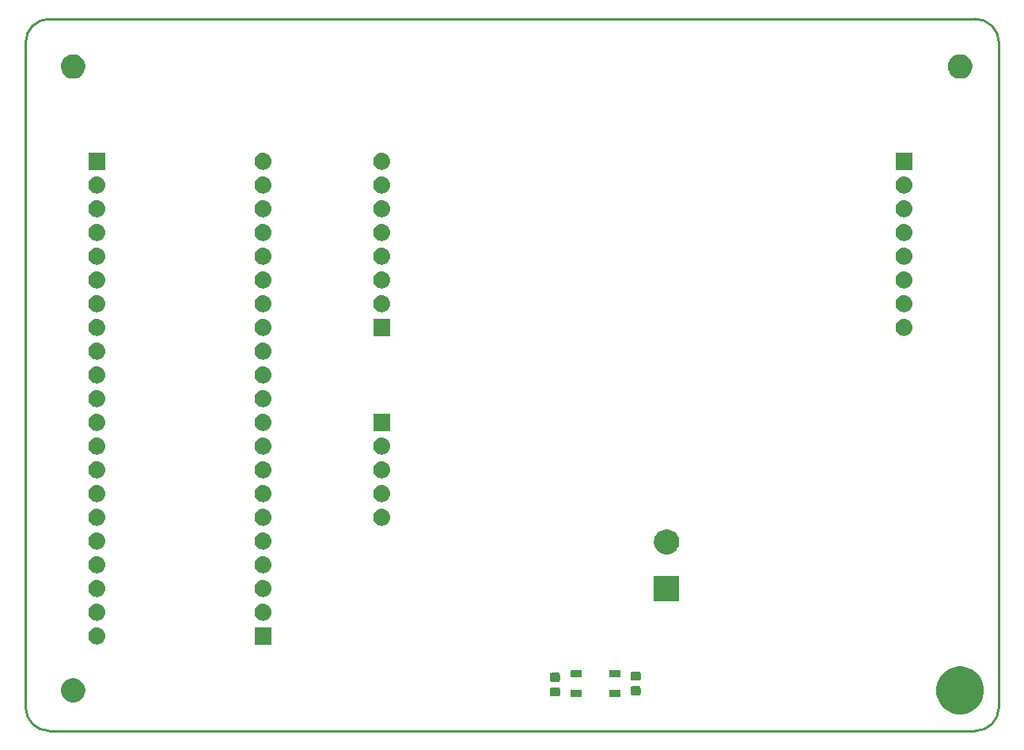
<source format=gbr>
G04 #@! TF.GenerationSoftware,KiCad,Pcbnew,5.1.2-f72e74a~84~ubuntu18.04.1*
G04 #@! TF.CreationDate,2019-05-24T04:06:14+05:00*
G04 #@! TF.ProjectId,reflow_board,7265666c-6f77-45f6-926f-6172642e6b69,1*
G04 #@! TF.SameCoordinates,Original*
G04 #@! TF.FileFunction,Soldermask,Top*
G04 #@! TF.FilePolarity,Negative*
%FSLAX46Y46*%
G04 Gerber Fmt 4.6, Leading zero omitted, Abs format (unit mm)*
G04 Created by KiCad (PCBNEW 5.1.2-f72e74a~84~ubuntu18.04.1) date 2019-05-24 04:06:14*
%MOMM*%
%LPD*%
G04 APERTURE LIST*
%ADD10C,0.254000*%
%ADD11C,0.100000*%
G04 APERTURE END LIST*
D10*
X53340000Y-203200000D02*
G75*
G02X50800000Y-200660000I0J2540000D01*
G01*
X154940000Y-200660000D02*
G75*
G02X152400000Y-203200000I-2540000J0D01*
G01*
X152400000Y-127000000D02*
G75*
G02X154940000Y-129540000I0J-2540000D01*
G01*
X50800000Y-129540000D02*
G75*
G02X53340000Y-127000000I2540000J0D01*
G01*
X152400000Y-127000000D02*
X53340000Y-127000000D01*
X154940000Y-200660000D02*
X154940000Y-129540000D01*
X53340000Y-203200000D02*
X152400000Y-203200000D01*
X50800000Y-129540000D02*
X50800000Y-200660000D01*
D11*
G36*
X151530538Y-196397893D02*
G01*
X151994790Y-196590192D01*
X151994792Y-196590193D01*
X152412608Y-196869369D01*
X152767931Y-197224692D01*
X153018608Y-197599857D01*
X153047108Y-197642510D01*
X153239407Y-198106762D01*
X153337440Y-198599607D01*
X153337440Y-199102113D01*
X153239407Y-199594958D01*
X153204099Y-199680199D01*
X153047107Y-200059212D01*
X152767931Y-200477028D01*
X152412608Y-200832351D01*
X151994792Y-201111527D01*
X151994791Y-201111528D01*
X151994790Y-201111528D01*
X151530538Y-201303827D01*
X151037693Y-201401860D01*
X150535187Y-201401860D01*
X150042342Y-201303827D01*
X149578090Y-201111528D01*
X149578089Y-201111528D01*
X149578088Y-201111527D01*
X149160272Y-200832351D01*
X148804949Y-200477028D01*
X148525773Y-200059212D01*
X148368781Y-199680199D01*
X148333473Y-199594958D01*
X148235440Y-199102113D01*
X148235440Y-198599607D01*
X148333473Y-198106762D01*
X148525772Y-197642510D01*
X148554272Y-197599857D01*
X148804949Y-197224692D01*
X149160272Y-196869369D01*
X149578088Y-196590193D01*
X149578090Y-196590192D01*
X150042342Y-196397893D01*
X150535187Y-196299860D01*
X151037693Y-196299860D01*
X151530538Y-196397893D01*
X151530538Y-196397893D01*
G37*
G36*
X56259487Y-197599856D02*
G01*
X56496253Y-197697928D01*
X56496255Y-197697929D01*
X56644855Y-197797220D01*
X56709339Y-197840307D01*
X56890553Y-198021521D01*
X57032932Y-198234607D01*
X57131004Y-198471373D01*
X57181000Y-198722721D01*
X57181000Y-198978999D01*
X57131004Y-199230347D01*
X57043380Y-199441890D01*
X57032931Y-199467115D01*
X56890553Y-199680199D01*
X56709339Y-199861413D01*
X56496255Y-200003791D01*
X56496254Y-200003792D01*
X56496253Y-200003792D01*
X56259487Y-200101864D01*
X56008139Y-200151860D01*
X55751861Y-200151860D01*
X55500513Y-200101864D01*
X55263747Y-200003792D01*
X55263746Y-200003792D01*
X55263745Y-200003791D01*
X55050661Y-199861413D01*
X54869447Y-199680199D01*
X54727069Y-199467115D01*
X54716620Y-199441890D01*
X54628996Y-199230347D01*
X54579000Y-198978999D01*
X54579000Y-198722721D01*
X54628996Y-198471373D01*
X54727068Y-198234607D01*
X54869447Y-198021521D01*
X55050661Y-197840307D01*
X55115145Y-197797220D01*
X55263745Y-197697929D01*
X55263747Y-197697928D01*
X55500513Y-197599856D01*
X55751861Y-197549860D01*
X56008139Y-197549860D01*
X56259487Y-197599856D01*
X56259487Y-197599856D01*
G37*
G36*
X110261000Y-199571000D02*
G01*
X109109000Y-199571000D01*
X109109000Y-198819000D01*
X110261000Y-198819000D01*
X110261000Y-199571000D01*
X110261000Y-199571000D01*
G37*
G36*
X114411000Y-199571000D02*
G01*
X113259000Y-199571000D01*
X113259000Y-198819000D01*
X114411000Y-198819000D01*
X114411000Y-199571000D01*
X114411000Y-199571000D01*
G37*
G36*
X107821591Y-198550085D02*
G01*
X107855569Y-198560393D01*
X107886890Y-198577134D01*
X107914339Y-198599661D01*
X107936866Y-198627110D01*
X107953607Y-198658431D01*
X107963915Y-198692409D01*
X107968000Y-198733890D01*
X107968000Y-199335110D01*
X107963915Y-199376591D01*
X107953607Y-199410569D01*
X107936866Y-199441890D01*
X107914339Y-199469339D01*
X107886890Y-199491866D01*
X107855569Y-199508607D01*
X107821591Y-199518915D01*
X107780110Y-199523000D01*
X107103890Y-199523000D01*
X107062409Y-199518915D01*
X107028431Y-199508607D01*
X106997110Y-199491866D01*
X106969661Y-199469339D01*
X106947134Y-199441890D01*
X106930393Y-199410569D01*
X106920085Y-199376591D01*
X106916000Y-199335110D01*
X106916000Y-198733890D01*
X106920085Y-198692409D01*
X106930393Y-198658431D01*
X106947134Y-198627110D01*
X106969661Y-198599661D01*
X106997110Y-198577134D01*
X107028431Y-198560393D01*
X107062409Y-198550085D01*
X107103890Y-198546000D01*
X107780110Y-198546000D01*
X107821591Y-198550085D01*
X107821591Y-198550085D01*
G37*
G36*
X116457591Y-198423085D02*
G01*
X116491569Y-198433393D01*
X116522890Y-198450134D01*
X116550339Y-198472661D01*
X116572866Y-198500110D01*
X116589607Y-198531431D01*
X116599915Y-198565409D01*
X116604000Y-198606890D01*
X116604000Y-199208110D01*
X116599915Y-199249591D01*
X116589607Y-199283569D01*
X116572866Y-199314890D01*
X116550339Y-199342339D01*
X116522890Y-199364866D01*
X116491569Y-199381607D01*
X116457591Y-199391915D01*
X116416110Y-199396000D01*
X115739890Y-199396000D01*
X115698409Y-199391915D01*
X115664431Y-199381607D01*
X115633110Y-199364866D01*
X115605661Y-199342339D01*
X115583134Y-199314890D01*
X115566393Y-199283569D01*
X115556085Y-199249591D01*
X115552000Y-199208110D01*
X115552000Y-198606890D01*
X115556085Y-198565409D01*
X115566393Y-198531431D01*
X115583134Y-198500110D01*
X115605661Y-198472661D01*
X115633110Y-198450134D01*
X115664431Y-198433393D01*
X115698409Y-198423085D01*
X115739890Y-198419000D01*
X116416110Y-198419000D01*
X116457591Y-198423085D01*
X116457591Y-198423085D01*
G37*
G36*
X107821591Y-196975085D02*
G01*
X107855569Y-196985393D01*
X107886890Y-197002134D01*
X107914339Y-197024661D01*
X107936866Y-197052110D01*
X107953607Y-197083431D01*
X107963915Y-197117409D01*
X107968000Y-197158890D01*
X107968000Y-197760110D01*
X107963915Y-197801591D01*
X107953607Y-197835569D01*
X107936866Y-197866890D01*
X107914339Y-197894339D01*
X107886890Y-197916866D01*
X107855569Y-197933607D01*
X107821591Y-197943915D01*
X107780110Y-197948000D01*
X107103890Y-197948000D01*
X107062409Y-197943915D01*
X107028431Y-197933607D01*
X106997110Y-197916866D01*
X106969661Y-197894339D01*
X106947134Y-197866890D01*
X106930393Y-197835569D01*
X106920085Y-197801591D01*
X106916000Y-197760110D01*
X106916000Y-197158890D01*
X106920085Y-197117409D01*
X106930393Y-197083431D01*
X106947134Y-197052110D01*
X106969661Y-197024661D01*
X106997110Y-197002134D01*
X107028431Y-196985393D01*
X107062409Y-196975085D01*
X107103890Y-196971000D01*
X107780110Y-196971000D01*
X107821591Y-196975085D01*
X107821591Y-196975085D01*
G37*
G36*
X116457591Y-196848085D02*
G01*
X116491569Y-196858393D01*
X116522890Y-196875134D01*
X116550339Y-196897661D01*
X116572866Y-196925110D01*
X116589607Y-196956431D01*
X116599915Y-196990409D01*
X116604000Y-197031890D01*
X116604000Y-197633110D01*
X116599915Y-197674591D01*
X116589607Y-197708569D01*
X116572866Y-197739890D01*
X116550339Y-197767339D01*
X116522890Y-197789866D01*
X116491569Y-197806607D01*
X116457591Y-197816915D01*
X116416110Y-197821000D01*
X115739890Y-197821000D01*
X115698409Y-197816915D01*
X115664431Y-197806607D01*
X115633110Y-197789866D01*
X115605661Y-197767339D01*
X115583134Y-197739890D01*
X115566393Y-197708569D01*
X115556085Y-197674591D01*
X115552000Y-197633110D01*
X115552000Y-197031890D01*
X115556085Y-196990409D01*
X115566393Y-196956431D01*
X115583134Y-196925110D01*
X115605661Y-196897661D01*
X115633110Y-196875134D01*
X115664431Y-196858393D01*
X115698409Y-196848085D01*
X115739890Y-196844000D01*
X116416110Y-196844000D01*
X116457591Y-196848085D01*
X116457591Y-196848085D01*
G37*
G36*
X110261000Y-197421000D02*
G01*
X109109000Y-197421000D01*
X109109000Y-196669000D01*
X110261000Y-196669000D01*
X110261000Y-197421000D01*
X110261000Y-197421000D01*
G37*
G36*
X114411000Y-197421000D02*
G01*
X113259000Y-197421000D01*
X113259000Y-196669000D01*
X114411000Y-196669000D01*
X114411000Y-197421000D01*
X114411000Y-197421000D01*
G37*
G36*
X58530443Y-192145519D02*
G01*
X58596627Y-192152037D01*
X58766466Y-192203557D01*
X58922991Y-192287222D01*
X58958729Y-192316552D01*
X59060186Y-192399814D01*
X59143448Y-192501271D01*
X59172778Y-192537009D01*
X59256443Y-192693534D01*
X59307963Y-192863373D01*
X59325359Y-193040000D01*
X59307963Y-193216627D01*
X59256443Y-193386466D01*
X59172778Y-193542991D01*
X59143448Y-193578729D01*
X59060186Y-193680186D01*
X58958729Y-193763448D01*
X58922991Y-193792778D01*
X58766466Y-193876443D01*
X58596627Y-193927963D01*
X58530443Y-193934481D01*
X58464260Y-193941000D01*
X58375740Y-193941000D01*
X58309557Y-193934481D01*
X58243373Y-193927963D01*
X58073534Y-193876443D01*
X57917009Y-193792778D01*
X57881271Y-193763448D01*
X57779814Y-193680186D01*
X57696552Y-193578729D01*
X57667222Y-193542991D01*
X57583557Y-193386466D01*
X57532037Y-193216627D01*
X57514641Y-193040000D01*
X57532037Y-192863373D01*
X57583557Y-192693534D01*
X57667222Y-192537009D01*
X57696552Y-192501271D01*
X57779814Y-192399814D01*
X57881271Y-192316552D01*
X57917009Y-192287222D01*
X58073534Y-192203557D01*
X58243373Y-192152037D01*
X58309557Y-192145519D01*
X58375740Y-192139000D01*
X58464260Y-192139000D01*
X58530443Y-192145519D01*
X58530443Y-192145519D01*
G37*
G36*
X77101000Y-193941000D02*
G01*
X75299000Y-193941000D01*
X75299000Y-192139000D01*
X77101000Y-192139000D01*
X77101000Y-193941000D01*
X77101000Y-193941000D01*
G37*
G36*
X76310442Y-189605518D02*
G01*
X76376627Y-189612037D01*
X76546466Y-189663557D01*
X76702991Y-189747222D01*
X76738729Y-189776552D01*
X76840186Y-189859814D01*
X76923448Y-189961271D01*
X76952778Y-189997009D01*
X77036443Y-190153534D01*
X77087963Y-190323373D01*
X77105359Y-190500000D01*
X77087963Y-190676627D01*
X77036443Y-190846466D01*
X76952778Y-191002991D01*
X76923448Y-191038729D01*
X76840186Y-191140186D01*
X76738729Y-191223448D01*
X76702991Y-191252778D01*
X76546466Y-191336443D01*
X76376627Y-191387963D01*
X76310442Y-191394482D01*
X76244260Y-191401000D01*
X76155740Y-191401000D01*
X76089558Y-191394482D01*
X76023373Y-191387963D01*
X75853534Y-191336443D01*
X75697009Y-191252778D01*
X75661271Y-191223448D01*
X75559814Y-191140186D01*
X75476552Y-191038729D01*
X75447222Y-191002991D01*
X75363557Y-190846466D01*
X75312037Y-190676627D01*
X75294641Y-190500000D01*
X75312037Y-190323373D01*
X75363557Y-190153534D01*
X75447222Y-189997009D01*
X75476552Y-189961271D01*
X75559814Y-189859814D01*
X75661271Y-189776552D01*
X75697009Y-189747222D01*
X75853534Y-189663557D01*
X76023373Y-189612037D01*
X76089558Y-189605518D01*
X76155740Y-189599000D01*
X76244260Y-189599000D01*
X76310442Y-189605518D01*
X76310442Y-189605518D01*
G37*
G36*
X58530442Y-189605518D02*
G01*
X58596627Y-189612037D01*
X58766466Y-189663557D01*
X58922991Y-189747222D01*
X58958729Y-189776552D01*
X59060186Y-189859814D01*
X59143448Y-189961271D01*
X59172778Y-189997009D01*
X59256443Y-190153534D01*
X59307963Y-190323373D01*
X59325359Y-190500000D01*
X59307963Y-190676627D01*
X59256443Y-190846466D01*
X59172778Y-191002991D01*
X59143448Y-191038729D01*
X59060186Y-191140186D01*
X58958729Y-191223448D01*
X58922991Y-191252778D01*
X58766466Y-191336443D01*
X58596627Y-191387963D01*
X58530442Y-191394482D01*
X58464260Y-191401000D01*
X58375740Y-191401000D01*
X58309558Y-191394482D01*
X58243373Y-191387963D01*
X58073534Y-191336443D01*
X57917009Y-191252778D01*
X57881271Y-191223448D01*
X57779814Y-191140186D01*
X57696552Y-191038729D01*
X57667222Y-191002991D01*
X57583557Y-190846466D01*
X57532037Y-190676627D01*
X57514641Y-190500000D01*
X57532037Y-190323373D01*
X57583557Y-190153534D01*
X57667222Y-189997009D01*
X57696552Y-189961271D01*
X57779814Y-189859814D01*
X57881271Y-189776552D01*
X57917009Y-189747222D01*
X58073534Y-189663557D01*
X58243373Y-189612037D01*
X58309558Y-189605518D01*
X58375740Y-189599000D01*
X58464260Y-189599000D01*
X58530442Y-189605518D01*
X58530442Y-189605518D01*
G37*
G36*
X120731000Y-189311000D02*
G01*
X118029000Y-189311000D01*
X118029000Y-186609000D01*
X120731000Y-186609000D01*
X120731000Y-189311000D01*
X120731000Y-189311000D01*
G37*
G36*
X76310443Y-187065519D02*
G01*
X76376627Y-187072037D01*
X76546466Y-187123557D01*
X76702991Y-187207222D01*
X76738729Y-187236552D01*
X76840186Y-187319814D01*
X76923448Y-187421271D01*
X76952778Y-187457009D01*
X77036443Y-187613534D01*
X77087963Y-187783373D01*
X77105359Y-187960000D01*
X77087963Y-188136627D01*
X77036443Y-188306466D01*
X76952778Y-188462991D01*
X76923448Y-188498729D01*
X76840186Y-188600186D01*
X76738729Y-188683448D01*
X76702991Y-188712778D01*
X76546466Y-188796443D01*
X76376627Y-188847963D01*
X76310443Y-188854481D01*
X76244260Y-188861000D01*
X76155740Y-188861000D01*
X76089557Y-188854481D01*
X76023373Y-188847963D01*
X75853534Y-188796443D01*
X75697009Y-188712778D01*
X75661271Y-188683448D01*
X75559814Y-188600186D01*
X75476552Y-188498729D01*
X75447222Y-188462991D01*
X75363557Y-188306466D01*
X75312037Y-188136627D01*
X75294641Y-187960000D01*
X75312037Y-187783373D01*
X75363557Y-187613534D01*
X75447222Y-187457009D01*
X75476552Y-187421271D01*
X75559814Y-187319814D01*
X75661271Y-187236552D01*
X75697009Y-187207222D01*
X75853534Y-187123557D01*
X76023373Y-187072037D01*
X76089557Y-187065519D01*
X76155740Y-187059000D01*
X76244260Y-187059000D01*
X76310443Y-187065519D01*
X76310443Y-187065519D01*
G37*
G36*
X58530443Y-187065519D02*
G01*
X58596627Y-187072037D01*
X58766466Y-187123557D01*
X58922991Y-187207222D01*
X58958729Y-187236552D01*
X59060186Y-187319814D01*
X59143448Y-187421271D01*
X59172778Y-187457009D01*
X59256443Y-187613534D01*
X59307963Y-187783373D01*
X59325359Y-187960000D01*
X59307963Y-188136627D01*
X59256443Y-188306466D01*
X59172778Y-188462991D01*
X59143448Y-188498729D01*
X59060186Y-188600186D01*
X58958729Y-188683448D01*
X58922991Y-188712778D01*
X58766466Y-188796443D01*
X58596627Y-188847963D01*
X58530443Y-188854481D01*
X58464260Y-188861000D01*
X58375740Y-188861000D01*
X58309557Y-188854481D01*
X58243373Y-188847963D01*
X58073534Y-188796443D01*
X57917009Y-188712778D01*
X57881271Y-188683448D01*
X57779814Y-188600186D01*
X57696552Y-188498729D01*
X57667222Y-188462991D01*
X57583557Y-188306466D01*
X57532037Y-188136627D01*
X57514641Y-187960000D01*
X57532037Y-187783373D01*
X57583557Y-187613534D01*
X57667222Y-187457009D01*
X57696552Y-187421271D01*
X57779814Y-187319814D01*
X57881271Y-187236552D01*
X57917009Y-187207222D01*
X58073534Y-187123557D01*
X58243373Y-187072037D01*
X58309557Y-187065519D01*
X58375740Y-187059000D01*
X58464260Y-187059000D01*
X58530443Y-187065519D01*
X58530443Y-187065519D01*
G37*
G36*
X76310442Y-184525518D02*
G01*
X76376627Y-184532037D01*
X76546466Y-184583557D01*
X76702991Y-184667222D01*
X76738729Y-184696552D01*
X76840186Y-184779814D01*
X76923448Y-184881271D01*
X76952778Y-184917009D01*
X77036443Y-185073534D01*
X77087963Y-185243373D01*
X77105359Y-185420000D01*
X77087963Y-185596627D01*
X77036443Y-185766466D01*
X76952778Y-185922991D01*
X76923448Y-185958729D01*
X76840186Y-186060186D01*
X76738729Y-186143448D01*
X76702991Y-186172778D01*
X76546466Y-186256443D01*
X76376627Y-186307963D01*
X76310443Y-186314481D01*
X76244260Y-186321000D01*
X76155740Y-186321000D01*
X76089557Y-186314481D01*
X76023373Y-186307963D01*
X75853534Y-186256443D01*
X75697009Y-186172778D01*
X75661271Y-186143448D01*
X75559814Y-186060186D01*
X75476552Y-185958729D01*
X75447222Y-185922991D01*
X75363557Y-185766466D01*
X75312037Y-185596627D01*
X75294641Y-185420000D01*
X75312037Y-185243373D01*
X75363557Y-185073534D01*
X75447222Y-184917009D01*
X75476552Y-184881271D01*
X75559814Y-184779814D01*
X75661271Y-184696552D01*
X75697009Y-184667222D01*
X75853534Y-184583557D01*
X76023373Y-184532037D01*
X76089558Y-184525518D01*
X76155740Y-184519000D01*
X76244260Y-184519000D01*
X76310442Y-184525518D01*
X76310442Y-184525518D01*
G37*
G36*
X58530442Y-184525518D02*
G01*
X58596627Y-184532037D01*
X58766466Y-184583557D01*
X58922991Y-184667222D01*
X58958729Y-184696552D01*
X59060186Y-184779814D01*
X59143448Y-184881271D01*
X59172778Y-184917009D01*
X59256443Y-185073534D01*
X59307963Y-185243373D01*
X59325359Y-185420000D01*
X59307963Y-185596627D01*
X59256443Y-185766466D01*
X59172778Y-185922991D01*
X59143448Y-185958729D01*
X59060186Y-186060186D01*
X58958729Y-186143448D01*
X58922991Y-186172778D01*
X58766466Y-186256443D01*
X58596627Y-186307963D01*
X58530443Y-186314481D01*
X58464260Y-186321000D01*
X58375740Y-186321000D01*
X58309557Y-186314481D01*
X58243373Y-186307963D01*
X58073534Y-186256443D01*
X57917009Y-186172778D01*
X57881271Y-186143448D01*
X57779814Y-186060186D01*
X57696552Y-185958729D01*
X57667222Y-185922991D01*
X57583557Y-185766466D01*
X57532037Y-185596627D01*
X57514641Y-185420000D01*
X57532037Y-185243373D01*
X57583557Y-185073534D01*
X57667222Y-184917009D01*
X57696552Y-184881271D01*
X57779814Y-184779814D01*
X57881271Y-184696552D01*
X57917009Y-184667222D01*
X58073534Y-184583557D01*
X58243373Y-184532037D01*
X58309558Y-184525518D01*
X58375740Y-184519000D01*
X58464260Y-184519000D01*
X58530442Y-184525518D01*
X58530442Y-184525518D01*
G37*
G36*
X119774072Y-181660918D02*
G01*
X120019939Y-181762759D01*
X120131328Y-181837187D01*
X120241211Y-181910609D01*
X120429391Y-182098789D01*
X120577242Y-182320063D01*
X120679082Y-182565928D01*
X120706422Y-182703373D01*
X120731000Y-182826938D01*
X120731000Y-183093062D01*
X120679082Y-183354072D01*
X120577241Y-183599939D01*
X120429390Y-183821212D01*
X120241212Y-184009390D01*
X120019939Y-184157241D01*
X120019938Y-184157242D01*
X120019937Y-184157242D01*
X119774072Y-184259082D01*
X119513063Y-184311000D01*
X119246937Y-184311000D01*
X118985928Y-184259082D01*
X118740063Y-184157242D01*
X118740062Y-184157242D01*
X118740061Y-184157241D01*
X118518788Y-184009390D01*
X118330610Y-183821212D01*
X118182759Y-183599939D01*
X118080918Y-183354072D01*
X118029000Y-183093062D01*
X118029000Y-182826938D01*
X118053579Y-182703373D01*
X118080918Y-182565928D01*
X118182758Y-182320063D01*
X118330609Y-182098789D01*
X118518789Y-181910609D01*
X118628672Y-181837187D01*
X118740061Y-181762759D01*
X118985928Y-181660918D01*
X119246937Y-181609000D01*
X119513063Y-181609000D01*
X119774072Y-181660918D01*
X119774072Y-181660918D01*
G37*
G36*
X58530442Y-181985518D02*
G01*
X58596627Y-181992037D01*
X58766466Y-182043557D01*
X58922991Y-182127222D01*
X58958729Y-182156552D01*
X59060186Y-182239814D01*
X59143448Y-182341271D01*
X59172778Y-182377009D01*
X59256443Y-182533534D01*
X59307963Y-182703373D01*
X59325359Y-182880000D01*
X59307963Y-183056627D01*
X59256443Y-183226466D01*
X59172778Y-183382991D01*
X59143448Y-183418729D01*
X59060186Y-183520186D01*
X58963008Y-183599937D01*
X58922991Y-183632778D01*
X58766466Y-183716443D01*
X58596627Y-183767963D01*
X58530442Y-183774482D01*
X58464260Y-183781000D01*
X58375740Y-183781000D01*
X58309558Y-183774482D01*
X58243373Y-183767963D01*
X58073534Y-183716443D01*
X57917009Y-183632778D01*
X57876992Y-183599937D01*
X57779814Y-183520186D01*
X57696552Y-183418729D01*
X57667222Y-183382991D01*
X57583557Y-183226466D01*
X57532037Y-183056627D01*
X57514641Y-182880000D01*
X57532037Y-182703373D01*
X57583557Y-182533534D01*
X57667222Y-182377009D01*
X57696552Y-182341271D01*
X57779814Y-182239814D01*
X57881271Y-182156552D01*
X57917009Y-182127222D01*
X58073534Y-182043557D01*
X58243373Y-181992037D01*
X58309558Y-181985518D01*
X58375740Y-181979000D01*
X58464260Y-181979000D01*
X58530442Y-181985518D01*
X58530442Y-181985518D01*
G37*
G36*
X76310442Y-181985518D02*
G01*
X76376627Y-181992037D01*
X76546466Y-182043557D01*
X76702991Y-182127222D01*
X76738729Y-182156552D01*
X76840186Y-182239814D01*
X76923448Y-182341271D01*
X76952778Y-182377009D01*
X77036443Y-182533534D01*
X77087963Y-182703373D01*
X77105359Y-182880000D01*
X77087963Y-183056627D01*
X77036443Y-183226466D01*
X76952778Y-183382991D01*
X76923448Y-183418729D01*
X76840186Y-183520186D01*
X76743008Y-183599937D01*
X76702991Y-183632778D01*
X76546466Y-183716443D01*
X76376627Y-183767963D01*
X76310442Y-183774482D01*
X76244260Y-183781000D01*
X76155740Y-183781000D01*
X76089558Y-183774482D01*
X76023373Y-183767963D01*
X75853534Y-183716443D01*
X75697009Y-183632778D01*
X75656992Y-183599937D01*
X75559814Y-183520186D01*
X75476552Y-183418729D01*
X75447222Y-183382991D01*
X75363557Y-183226466D01*
X75312037Y-183056627D01*
X75294641Y-182880000D01*
X75312037Y-182703373D01*
X75363557Y-182533534D01*
X75447222Y-182377009D01*
X75476552Y-182341271D01*
X75559814Y-182239814D01*
X75661271Y-182156552D01*
X75697009Y-182127222D01*
X75853534Y-182043557D01*
X76023373Y-181992037D01*
X76089558Y-181985518D01*
X76155740Y-181979000D01*
X76244260Y-181979000D01*
X76310442Y-181985518D01*
X76310442Y-181985518D01*
G37*
G36*
X58530443Y-179445519D02*
G01*
X58596627Y-179452037D01*
X58766466Y-179503557D01*
X58922991Y-179587222D01*
X58958729Y-179616552D01*
X59060186Y-179699814D01*
X59143448Y-179801271D01*
X59172778Y-179837009D01*
X59256443Y-179993534D01*
X59307963Y-180163373D01*
X59325359Y-180340000D01*
X59307963Y-180516627D01*
X59256443Y-180686466D01*
X59172778Y-180842991D01*
X59143448Y-180878729D01*
X59060186Y-180980186D01*
X58958729Y-181063448D01*
X58922991Y-181092778D01*
X58766466Y-181176443D01*
X58596627Y-181227963D01*
X58530442Y-181234482D01*
X58464260Y-181241000D01*
X58375740Y-181241000D01*
X58309558Y-181234482D01*
X58243373Y-181227963D01*
X58073534Y-181176443D01*
X57917009Y-181092778D01*
X57881271Y-181063448D01*
X57779814Y-180980186D01*
X57696552Y-180878729D01*
X57667222Y-180842991D01*
X57583557Y-180686466D01*
X57532037Y-180516627D01*
X57514641Y-180340000D01*
X57532037Y-180163373D01*
X57583557Y-179993534D01*
X57667222Y-179837009D01*
X57696552Y-179801271D01*
X57779814Y-179699814D01*
X57881271Y-179616552D01*
X57917009Y-179587222D01*
X58073534Y-179503557D01*
X58243373Y-179452037D01*
X58309557Y-179445519D01*
X58375740Y-179439000D01*
X58464260Y-179439000D01*
X58530443Y-179445519D01*
X58530443Y-179445519D01*
G37*
G36*
X89010443Y-179445519D02*
G01*
X89076627Y-179452037D01*
X89246466Y-179503557D01*
X89402991Y-179587222D01*
X89438729Y-179616552D01*
X89540186Y-179699814D01*
X89623448Y-179801271D01*
X89652778Y-179837009D01*
X89736443Y-179993534D01*
X89787963Y-180163373D01*
X89805359Y-180340000D01*
X89787963Y-180516627D01*
X89736443Y-180686466D01*
X89652778Y-180842991D01*
X89623448Y-180878729D01*
X89540186Y-180980186D01*
X89438729Y-181063448D01*
X89402991Y-181092778D01*
X89246466Y-181176443D01*
X89076627Y-181227963D01*
X89010442Y-181234482D01*
X88944260Y-181241000D01*
X88855740Y-181241000D01*
X88789558Y-181234482D01*
X88723373Y-181227963D01*
X88553534Y-181176443D01*
X88397009Y-181092778D01*
X88361271Y-181063448D01*
X88259814Y-180980186D01*
X88176552Y-180878729D01*
X88147222Y-180842991D01*
X88063557Y-180686466D01*
X88012037Y-180516627D01*
X87994641Y-180340000D01*
X88012037Y-180163373D01*
X88063557Y-179993534D01*
X88147222Y-179837009D01*
X88176552Y-179801271D01*
X88259814Y-179699814D01*
X88361271Y-179616552D01*
X88397009Y-179587222D01*
X88553534Y-179503557D01*
X88723373Y-179452037D01*
X88789557Y-179445519D01*
X88855740Y-179439000D01*
X88944260Y-179439000D01*
X89010443Y-179445519D01*
X89010443Y-179445519D01*
G37*
G36*
X76310443Y-179445519D02*
G01*
X76376627Y-179452037D01*
X76546466Y-179503557D01*
X76702991Y-179587222D01*
X76738729Y-179616552D01*
X76840186Y-179699814D01*
X76923448Y-179801271D01*
X76952778Y-179837009D01*
X77036443Y-179993534D01*
X77087963Y-180163373D01*
X77105359Y-180340000D01*
X77087963Y-180516627D01*
X77036443Y-180686466D01*
X76952778Y-180842991D01*
X76923448Y-180878729D01*
X76840186Y-180980186D01*
X76738729Y-181063448D01*
X76702991Y-181092778D01*
X76546466Y-181176443D01*
X76376627Y-181227963D01*
X76310442Y-181234482D01*
X76244260Y-181241000D01*
X76155740Y-181241000D01*
X76089558Y-181234482D01*
X76023373Y-181227963D01*
X75853534Y-181176443D01*
X75697009Y-181092778D01*
X75661271Y-181063448D01*
X75559814Y-180980186D01*
X75476552Y-180878729D01*
X75447222Y-180842991D01*
X75363557Y-180686466D01*
X75312037Y-180516627D01*
X75294641Y-180340000D01*
X75312037Y-180163373D01*
X75363557Y-179993534D01*
X75447222Y-179837009D01*
X75476552Y-179801271D01*
X75559814Y-179699814D01*
X75661271Y-179616552D01*
X75697009Y-179587222D01*
X75853534Y-179503557D01*
X76023373Y-179452037D01*
X76089557Y-179445519D01*
X76155740Y-179439000D01*
X76244260Y-179439000D01*
X76310443Y-179445519D01*
X76310443Y-179445519D01*
G37*
G36*
X89010443Y-176905519D02*
G01*
X89076627Y-176912037D01*
X89246466Y-176963557D01*
X89402991Y-177047222D01*
X89438729Y-177076552D01*
X89540186Y-177159814D01*
X89623448Y-177261271D01*
X89652778Y-177297009D01*
X89736443Y-177453534D01*
X89787963Y-177623373D01*
X89805359Y-177800000D01*
X89787963Y-177976627D01*
X89736443Y-178146466D01*
X89652778Y-178302991D01*
X89623448Y-178338729D01*
X89540186Y-178440186D01*
X89438729Y-178523448D01*
X89402991Y-178552778D01*
X89246466Y-178636443D01*
X89076627Y-178687963D01*
X89010443Y-178694481D01*
X88944260Y-178701000D01*
X88855740Y-178701000D01*
X88789557Y-178694481D01*
X88723373Y-178687963D01*
X88553534Y-178636443D01*
X88397009Y-178552778D01*
X88361271Y-178523448D01*
X88259814Y-178440186D01*
X88176552Y-178338729D01*
X88147222Y-178302991D01*
X88063557Y-178146466D01*
X88012037Y-177976627D01*
X87994641Y-177800000D01*
X88012037Y-177623373D01*
X88063557Y-177453534D01*
X88147222Y-177297009D01*
X88176552Y-177261271D01*
X88259814Y-177159814D01*
X88361271Y-177076552D01*
X88397009Y-177047222D01*
X88553534Y-176963557D01*
X88723373Y-176912037D01*
X88789557Y-176905519D01*
X88855740Y-176899000D01*
X88944260Y-176899000D01*
X89010443Y-176905519D01*
X89010443Y-176905519D01*
G37*
G36*
X76310443Y-176905519D02*
G01*
X76376627Y-176912037D01*
X76546466Y-176963557D01*
X76702991Y-177047222D01*
X76738729Y-177076552D01*
X76840186Y-177159814D01*
X76923448Y-177261271D01*
X76952778Y-177297009D01*
X77036443Y-177453534D01*
X77087963Y-177623373D01*
X77105359Y-177800000D01*
X77087963Y-177976627D01*
X77036443Y-178146466D01*
X76952778Y-178302991D01*
X76923448Y-178338729D01*
X76840186Y-178440186D01*
X76738729Y-178523448D01*
X76702991Y-178552778D01*
X76546466Y-178636443D01*
X76376627Y-178687963D01*
X76310443Y-178694481D01*
X76244260Y-178701000D01*
X76155740Y-178701000D01*
X76089557Y-178694481D01*
X76023373Y-178687963D01*
X75853534Y-178636443D01*
X75697009Y-178552778D01*
X75661271Y-178523448D01*
X75559814Y-178440186D01*
X75476552Y-178338729D01*
X75447222Y-178302991D01*
X75363557Y-178146466D01*
X75312037Y-177976627D01*
X75294641Y-177800000D01*
X75312037Y-177623373D01*
X75363557Y-177453534D01*
X75447222Y-177297009D01*
X75476552Y-177261271D01*
X75559814Y-177159814D01*
X75661271Y-177076552D01*
X75697009Y-177047222D01*
X75853534Y-176963557D01*
X76023373Y-176912037D01*
X76089557Y-176905519D01*
X76155740Y-176899000D01*
X76244260Y-176899000D01*
X76310443Y-176905519D01*
X76310443Y-176905519D01*
G37*
G36*
X58530443Y-176905519D02*
G01*
X58596627Y-176912037D01*
X58766466Y-176963557D01*
X58922991Y-177047222D01*
X58958729Y-177076552D01*
X59060186Y-177159814D01*
X59143448Y-177261271D01*
X59172778Y-177297009D01*
X59256443Y-177453534D01*
X59307963Y-177623373D01*
X59325359Y-177800000D01*
X59307963Y-177976627D01*
X59256443Y-178146466D01*
X59172778Y-178302991D01*
X59143448Y-178338729D01*
X59060186Y-178440186D01*
X58958729Y-178523448D01*
X58922991Y-178552778D01*
X58766466Y-178636443D01*
X58596627Y-178687963D01*
X58530443Y-178694481D01*
X58464260Y-178701000D01*
X58375740Y-178701000D01*
X58309557Y-178694481D01*
X58243373Y-178687963D01*
X58073534Y-178636443D01*
X57917009Y-178552778D01*
X57881271Y-178523448D01*
X57779814Y-178440186D01*
X57696552Y-178338729D01*
X57667222Y-178302991D01*
X57583557Y-178146466D01*
X57532037Y-177976627D01*
X57514641Y-177800000D01*
X57532037Y-177623373D01*
X57583557Y-177453534D01*
X57667222Y-177297009D01*
X57696552Y-177261271D01*
X57779814Y-177159814D01*
X57881271Y-177076552D01*
X57917009Y-177047222D01*
X58073534Y-176963557D01*
X58243373Y-176912037D01*
X58309557Y-176905519D01*
X58375740Y-176899000D01*
X58464260Y-176899000D01*
X58530443Y-176905519D01*
X58530443Y-176905519D01*
G37*
G36*
X76310442Y-174365518D02*
G01*
X76376627Y-174372037D01*
X76546466Y-174423557D01*
X76702991Y-174507222D01*
X76738729Y-174536552D01*
X76840186Y-174619814D01*
X76923448Y-174721271D01*
X76952778Y-174757009D01*
X77036443Y-174913534D01*
X77087963Y-175083373D01*
X77105359Y-175260000D01*
X77087963Y-175436627D01*
X77036443Y-175606466D01*
X76952778Y-175762991D01*
X76923448Y-175798729D01*
X76840186Y-175900186D01*
X76738729Y-175983448D01*
X76702991Y-176012778D01*
X76546466Y-176096443D01*
X76376627Y-176147963D01*
X76310443Y-176154481D01*
X76244260Y-176161000D01*
X76155740Y-176161000D01*
X76089557Y-176154481D01*
X76023373Y-176147963D01*
X75853534Y-176096443D01*
X75697009Y-176012778D01*
X75661271Y-175983448D01*
X75559814Y-175900186D01*
X75476552Y-175798729D01*
X75447222Y-175762991D01*
X75363557Y-175606466D01*
X75312037Y-175436627D01*
X75294641Y-175260000D01*
X75312037Y-175083373D01*
X75363557Y-174913534D01*
X75447222Y-174757009D01*
X75476552Y-174721271D01*
X75559814Y-174619814D01*
X75661271Y-174536552D01*
X75697009Y-174507222D01*
X75853534Y-174423557D01*
X76023373Y-174372037D01*
X76089558Y-174365518D01*
X76155740Y-174359000D01*
X76244260Y-174359000D01*
X76310442Y-174365518D01*
X76310442Y-174365518D01*
G37*
G36*
X58530442Y-174365518D02*
G01*
X58596627Y-174372037D01*
X58766466Y-174423557D01*
X58922991Y-174507222D01*
X58958729Y-174536552D01*
X59060186Y-174619814D01*
X59143448Y-174721271D01*
X59172778Y-174757009D01*
X59256443Y-174913534D01*
X59307963Y-175083373D01*
X59325359Y-175260000D01*
X59307963Y-175436627D01*
X59256443Y-175606466D01*
X59172778Y-175762991D01*
X59143448Y-175798729D01*
X59060186Y-175900186D01*
X58958729Y-175983448D01*
X58922991Y-176012778D01*
X58766466Y-176096443D01*
X58596627Y-176147963D01*
X58530443Y-176154481D01*
X58464260Y-176161000D01*
X58375740Y-176161000D01*
X58309557Y-176154481D01*
X58243373Y-176147963D01*
X58073534Y-176096443D01*
X57917009Y-176012778D01*
X57881271Y-175983448D01*
X57779814Y-175900186D01*
X57696552Y-175798729D01*
X57667222Y-175762991D01*
X57583557Y-175606466D01*
X57532037Y-175436627D01*
X57514641Y-175260000D01*
X57532037Y-175083373D01*
X57583557Y-174913534D01*
X57667222Y-174757009D01*
X57696552Y-174721271D01*
X57779814Y-174619814D01*
X57881271Y-174536552D01*
X57917009Y-174507222D01*
X58073534Y-174423557D01*
X58243373Y-174372037D01*
X58309558Y-174365518D01*
X58375740Y-174359000D01*
X58464260Y-174359000D01*
X58530442Y-174365518D01*
X58530442Y-174365518D01*
G37*
G36*
X89010442Y-174365518D02*
G01*
X89076627Y-174372037D01*
X89246466Y-174423557D01*
X89402991Y-174507222D01*
X89438729Y-174536552D01*
X89540186Y-174619814D01*
X89623448Y-174721271D01*
X89652778Y-174757009D01*
X89736443Y-174913534D01*
X89787963Y-175083373D01*
X89805359Y-175260000D01*
X89787963Y-175436627D01*
X89736443Y-175606466D01*
X89652778Y-175762991D01*
X89623448Y-175798729D01*
X89540186Y-175900186D01*
X89438729Y-175983448D01*
X89402991Y-176012778D01*
X89246466Y-176096443D01*
X89076627Y-176147963D01*
X89010443Y-176154481D01*
X88944260Y-176161000D01*
X88855740Y-176161000D01*
X88789557Y-176154481D01*
X88723373Y-176147963D01*
X88553534Y-176096443D01*
X88397009Y-176012778D01*
X88361271Y-175983448D01*
X88259814Y-175900186D01*
X88176552Y-175798729D01*
X88147222Y-175762991D01*
X88063557Y-175606466D01*
X88012037Y-175436627D01*
X87994641Y-175260000D01*
X88012037Y-175083373D01*
X88063557Y-174913534D01*
X88147222Y-174757009D01*
X88176552Y-174721271D01*
X88259814Y-174619814D01*
X88361271Y-174536552D01*
X88397009Y-174507222D01*
X88553534Y-174423557D01*
X88723373Y-174372037D01*
X88789558Y-174365518D01*
X88855740Y-174359000D01*
X88944260Y-174359000D01*
X89010442Y-174365518D01*
X89010442Y-174365518D01*
G37*
G36*
X76310443Y-171825519D02*
G01*
X76376627Y-171832037D01*
X76546466Y-171883557D01*
X76702991Y-171967222D01*
X76738729Y-171996552D01*
X76840186Y-172079814D01*
X76923448Y-172181271D01*
X76952778Y-172217009D01*
X77036443Y-172373534D01*
X77087963Y-172543373D01*
X77105359Y-172720000D01*
X77087963Y-172896627D01*
X77036443Y-173066466D01*
X76952778Y-173222991D01*
X76923448Y-173258729D01*
X76840186Y-173360186D01*
X76738729Y-173443448D01*
X76702991Y-173472778D01*
X76546466Y-173556443D01*
X76376627Y-173607963D01*
X76310443Y-173614481D01*
X76244260Y-173621000D01*
X76155740Y-173621000D01*
X76089557Y-173614481D01*
X76023373Y-173607963D01*
X75853534Y-173556443D01*
X75697009Y-173472778D01*
X75661271Y-173443448D01*
X75559814Y-173360186D01*
X75476552Y-173258729D01*
X75447222Y-173222991D01*
X75363557Y-173066466D01*
X75312037Y-172896627D01*
X75294641Y-172720000D01*
X75312037Y-172543373D01*
X75363557Y-172373534D01*
X75447222Y-172217009D01*
X75476552Y-172181271D01*
X75559814Y-172079814D01*
X75661271Y-171996552D01*
X75697009Y-171967222D01*
X75853534Y-171883557D01*
X76023373Y-171832037D01*
X76089557Y-171825519D01*
X76155740Y-171819000D01*
X76244260Y-171819000D01*
X76310443Y-171825519D01*
X76310443Y-171825519D01*
G37*
G36*
X89010443Y-171825519D02*
G01*
X89076627Y-171832037D01*
X89246466Y-171883557D01*
X89402991Y-171967222D01*
X89438729Y-171996552D01*
X89540186Y-172079814D01*
X89623448Y-172181271D01*
X89652778Y-172217009D01*
X89736443Y-172373534D01*
X89787963Y-172543373D01*
X89805359Y-172720000D01*
X89787963Y-172896627D01*
X89736443Y-173066466D01*
X89652778Y-173222991D01*
X89623448Y-173258729D01*
X89540186Y-173360186D01*
X89438729Y-173443448D01*
X89402991Y-173472778D01*
X89246466Y-173556443D01*
X89076627Y-173607963D01*
X89010443Y-173614481D01*
X88944260Y-173621000D01*
X88855740Y-173621000D01*
X88789557Y-173614481D01*
X88723373Y-173607963D01*
X88553534Y-173556443D01*
X88397009Y-173472778D01*
X88361271Y-173443448D01*
X88259814Y-173360186D01*
X88176552Y-173258729D01*
X88147222Y-173222991D01*
X88063557Y-173066466D01*
X88012037Y-172896627D01*
X87994641Y-172720000D01*
X88012037Y-172543373D01*
X88063557Y-172373534D01*
X88147222Y-172217009D01*
X88176552Y-172181271D01*
X88259814Y-172079814D01*
X88361271Y-171996552D01*
X88397009Y-171967222D01*
X88553534Y-171883557D01*
X88723373Y-171832037D01*
X88789557Y-171825519D01*
X88855740Y-171819000D01*
X88944260Y-171819000D01*
X89010443Y-171825519D01*
X89010443Y-171825519D01*
G37*
G36*
X58530443Y-171825519D02*
G01*
X58596627Y-171832037D01*
X58766466Y-171883557D01*
X58922991Y-171967222D01*
X58958729Y-171996552D01*
X59060186Y-172079814D01*
X59143448Y-172181271D01*
X59172778Y-172217009D01*
X59256443Y-172373534D01*
X59307963Y-172543373D01*
X59325359Y-172720000D01*
X59307963Y-172896627D01*
X59256443Y-173066466D01*
X59172778Y-173222991D01*
X59143448Y-173258729D01*
X59060186Y-173360186D01*
X58958729Y-173443448D01*
X58922991Y-173472778D01*
X58766466Y-173556443D01*
X58596627Y-173607963D01*
X58530443Y-173614481D01*
X58464260Y-173621000D01*
X58375740Y-173621000D01*
X58309557Y-173614481D01*
X58243373Y-173607963D01*
X58073534Y-173556443D01*
X57917009Y-173472778D01*
X57881271Y-173443448D01*
X57779814Y-173360186D01*
X57696552Y-173258729D01*
X57667222Y-173222991D01*
X57583557Y-173066466D01*
X57532037Y-172896627D01*
X57514641Y-172720000D01*
X57532037Y-172543373D01*
X57583557Y-172373534D01*
X57667222Y-172217009D01*
X57696552Y-172181271D01*
X57779814Y-172079814D01*
X57881271Y-171996552D01*
X57917009Y-171967222D01*
X58073534Y-171883557D01*
X58243373Y-171832037D01*
X58309557Y-171825519D01*
X58375740Y-171819000D01*
X58464260Y-171819000D01*
X58530443Y-171825519D01*
X58530443Y-171825519D01*
G37*
G36*
X76310443Y-169285519D02*
G01*
X76376627Y-169292037D01*
X76546466Y-169343557D01*
X76702991Y-169427222D01*
X76738729Y-169456552D01*
X76840186Y-169539814D01*
X76923448Y-169641271D01*
X76952778Y-169677009D01*
X77036443Y-169833534D01*
X77087963Y-170003373D01*
X77105359Y-170180000D01*
X77087963Y-170356627D01*
X77036443Y-170526466D01*
X76952778Y-170682991D01*
X76923448Y-170718729D01*
X76840186Y-170820186D01*
X76738729Y-170903448D01*
X76702991Y-170932778D01*
X76546466Y-171016443D01*
X76376627Y-171067963D01*
X76310443Y-171074481D01*
X76244260Y-171081000D01*
X76155740Y-171081000D01*
X76089557Y-171074481D01*
X76023373Y-171067963D01*
X75853534Y-171016443D01*
X75697009Y-170932778D01*
X75661271Y-170903448D01*
X75559814Y-170820186D01*
X75476552Y-170718729D01*
X75447222Y-170682991D01*
X75363557Y-170526466D01*
X75312037Y-170356627D01*
X75294641Y-170180000D01*
X75312037Y-170003373D01*
X75363557Y-169833534D01*
X75447222Y-169677009D01*
X75476552Y-169641271D01*
X75559814Y-169539814D01*
X75661271Y-169456552D01*
X75697009Y-169427222D01*
X75853534Y-169343557D01*
X76023373Y-169292037D01*
X76089557Y-169285519D01*
X76155740Y-169279000D01*
X76244260Y-169279000D01*
X76310443Y-169285519D01*
X76310443Y-169285519D01*
G37*
G36*
X58530443Y-169285519D02*
G01*
X58596627Y-169292037D01*
X58766466Y-169343557D01*
X58922991Y-169427222D01*
X58958729Y-169456552D01*
X59060186Y-169539814D01*
X59143448Y-169641271D01*
X59172778Y-169677009D01*
X59256443Y-169833534D01*
X59307963Y-170003373D01*
X59325359Y-170180000D01*
X59307963Y-170356627D01*
X59256443Y-170526466D01*
X59172778Y-170682991D01*
X59143448Y-170718729D01*
X59060186Y-170820186D01*
X58958729Y-170903448D01*
X58922991Y-170932778D01*
X58766466Y-171016443D01*
X58596627Y-171067963D01*
X58530443Y-171074481D01*
X58464260Y-171081000D01*
X58375740Y-171081000D01*
X58309557Y-171074481D01*
X58243373Y-171067963D01*
X58073534Y-171016443D01*
X57917009Y-170932778D01*
X57881271Y-170903448D01*
X57779814Y-170820186D01*
X57696552Y-170718729D01*
X57667222Y-170682991D01*
X57583557Y-170526466D01*
X57532037Y-170356627D01*
X57514641Y-170180000D01*
X57532037Y-170003373D01*
X57583557Y-169833534D01*
X57667222Y-169677009D01*
X57696552Y-169641271D01*
X57779814Y-169539814D01*
X57881271Y-169456552D01*
X57917009Y-169427222D01*
X58073534Y-169343557D01*
X58243373Y-169292037D01*
X58309557Y-169285519D01*
X58375740Y-169279000D01*
X58464260Y-169279000D01*
X58530443Y-169285519D01*
X58530443Y-169285519D01*
G37*
G36*
X89801000Y-171081000D02*
G01*
X87999000Y-171081000D01*
X87999000Y-169279000D01*
X89801000Y-169279000D01*
X89801000Y-171081000D01*
X89801000Y-171081000D01*
G37*
G36*
X76310442Y-166745518D02*
G01*
X76376627Y-166752037D01*
X76546466Y-166803557D01*
X76702991Y-166887222D01*
X76738729Y-166916552D01*
X76840186Y-166999814D01*
X76923448Y-167101271D01*
X76952778Y-167137009D01*
X77036443Y-167293534D01*
X77087963Y-167463373D01*
X77105359Y-167640000D01*
X77087963Y-167816627D01*
X77036443Y-167986466D01*
X76952778Y-168142991D01*
X76923448Y-168178729D01*
X76840186Y-168280186D01*
X76738729Y-168363448D01*
X76702991Y-168392778D01*
X76546466Y-168476443D01*
X76376627Y-168527963D01*
X76310442Y-168534482D01*
X76244260Y-168541000D01*
X76155740Y-168541000D01*
X76089558Y-168534482D01*
X76023373Y-168527963D01*
X75853534Y-168476443D01*
X75697009Y-168392778D01*
X75661271Y-168363448D01*
X75559814Y-168280186D01*
X75476552Y-168178729D01*
X75447222Y-168142991D01*
X75363557Y-167986466D01*
X75312037Y-167816627D01*
X75294641Y-167640000D01*
X75312037Y-167463373D01*
X75363557Y-167293534D01*
X75447222Y-167137009D01*
X75476552Y-167101271D01*
X75559814Y-166999814D01*
X75661271Y-166916552D01*
X75697009Y-166887222D01*
X75853534Y-166803557D01*
X76023373Y-166752037D01*
X76089558Y-166745518D01*
X76155740Y-166739000D01*
X76244260Y-166739000D01*
X76310442Y-166745518D01*
X76310442Y-166745518D01*
G37*
G36*
X58530442Y-166745518D02*
G01*
X58596627Y-166752037D01*
X58766466Y-166803557D01*
X58922991Y-166887222D01*
X58958729Y-166916552D01*
X59060186Y-166999814D01*
X59143448Y-167101271D01*
X59172778Y-167137009D01*
X59256443Y-167293534D01*
X59307963Y-167463373D01*
X59325359Y-167640000D01*
X59307963Y-167816627D01*
X59256443Y-167986466D01*
X59172778Y-168142991D01*
X59143448Y-168178729D01*
X59060186Y-168280186D01*
X58958729Y-168363448D01*
X58922991Y-168392778D01*
X58766466Y-168476443D01*
X58596627Y-168527963D01*
X58530442Y-168534482D01*
X58464260Y-168541000D01*
X58375740Y-168541000D01*
X58309558Y-168534482D01*
X58243373Y-168527963D01*
X58073534Y-168476443D01*
X57917009Y-168392778D01*
X57881271Y-168363448D01*
X57779814Y-168280186D01*
X57696552Y-168178729D01*
X57667222Y-168142991D01*
X57583557Y-167986466D01*
X57532037Y-167816627D01*
X57514641Y-167640000D01*
X57532037Y-167463373D01*
X57583557Y-167293534D01*
X57667222Y-167137009D01*
X57696552Y-167101271D01*
X57779814Y-166999814D01*
X57881271Y-166916552D01*
X57917009Y-166887222D01*
X58073534Y-166803557D01*
X58243373Y-166752037D01*
X58309558Y-166745518D01*
X58375740Y-166739000D01*
X58464260Y-166739000D01*
X58530442Y-166745518D01*
X58530442Y-166745518D01*
G37*
G36*
X58530442Y-164205518D02*
G01*
X58596627Y-164212037D01*
X58766466Y-164263557D01*
X58922991Y-164347222D01*
X58958729Y-164376552D01*
X59060186Y-164459814D01*
X59143448Y-164561271D01*
X59172778Y-164597009D01*
X59256443Y-164753534D01*
X59307963Y-164923373D01*
X59325359Y-165100000D01*
X59307963Y-165276627D01*
X59256443Y-165446466D01*
X59172778Y-165602991D01*
X59143448Y-165638729D01*
X59060186Y-165740186D01*
X58958729Y-165823448D01*
X58922991Y-165852778D01*
X58766466Y-165936443D01*
X58596627Y-165987963D01*
X58530443Y-165994481D01*
X58464260Y-166001000D01*
X58375740Y-166001000D01*
X58309557Y-165994481D01*
X58243373Y-165987963D01*
X58073534Y-165936443D01*
X57917009Y-165852778D01*
X57881271Y-165823448D01*
X57779814Y-165740186D01*
X57696552Y-165638729D01*
X57667222Y-165602991D01*
X57583557Y-165446466D01*
X57532037Y-165276627D01*
X57514641Y-165100000D01*
X57532037Y-164923373D01*
X57583557Y-164753534D01*
X57667222Y-164597009D01*
X57696552Y-164561271D01*
X57779814Y-164459814D01*
X57881271Y-164376552D01*
X57917009Y-164347222D01*
X58073534Y-164263557D01*
X58243373Y-164212037D01*
X58309558Y-164205518D01*
X58375740Y-164199000D01*
X58464260Y-164199000D01*
X58530442Y-164205518D01*
X58530442Y-164205518D01*
G37*
G36*
X76310442Y-164205518D02*
G01*
X76376627Y-164212037D01*
X76546466Y-164263557D01*
X76702991Y-164347222D01*
X76738729Y-164376552D01*
X76840186Y-164459814D01*
X76923448Y-164561271D01*
X76952778Y-164597009D01*
X77036443Y-164753534D01*
X77087963Y-164923373D01*
X77105359Y-165100000D01*
X77087963Y-165276627D01*
X77036443Y-165446466D01*
X76952778Y-165602991D01*
X76923448Y-165638729D01*
X76840186Y-165740186D01*
X76738729Y-165823448D01*
X76702991Y-165852778D01*
X76546466Y-165936443D01*
X76376627Y-165987963D01*
X76310443Y-165994481D01*
X76244260Y-166001000D01*
X76155740Y-166001000D01*
X76089557Y-165994481D01*
X76023373Y-165987963D01*
X75853534Y-165936443D01*
X75697009Y-165852778D01*
X75661271Y-165823448D01*
X75559814Y-165740186D01*
X75476552Y-165638729D01*
X75447222Y-165602991D01*
X75363557Y-165446466D01*
X75312037Y-165276627D01*
X75294641Y-165100000D01*
X75312037Y-164923373D01*
X75363557Y-164753534D01*
X75447222Y-164597009D01*
X75476552Y-164561271D01*
X75559814Y-164459814D01*
X75661271Y-164376552D01*
X75697009Y-164347222D01*
X75853534Y-164263557D01*
X76023373Y-164212037D01*
X76089558Y-164205518D01*
X76155740Y-164199000D01*
X76244260Y-164199000D01*
X76310442Y-164205518D01*
X76310442Y-164205518D01*
G37*
G36*
X76310442Y-161665518D02*
G01*
X76376627Y-161672037D01*
X76546466Y-161723557D01*
X76702991Y-161807222D01*
X76738729Y-161836552D01*
X76840186Y-161919814D01*
X76923448Y-162021271D01*
X76952778Y-162057009D01*
X77036443Y-162213534D01*
X77087963Y-162383373D01*
X77105359Y-162560000D01*
X77087963Y-162736627D01*
X77036443Y-162906466D01*
X76952778Y-163062991D01*
X76923448Y-163098729D01*
X76840186Y-163200186D01*
X76738729Y-163283448D01*
X76702991Y-163312778D01*
X76546466Y-163396443D01*
X76376627Y-163447963D01*
X76310442Y-163454482D01*
X76244260Y-163461000D01*
X76155740Y-163461000D01*
X76089558Y-163454482D01*
X76023373Y-163447963D01*
X75853534Y-163396443D01*
X75697009Y-163312778D01*
X75661271Y-163283448D01*
X75559814Y-163200186D01*
X75476552Y-163098729D01*
X75447222Y-163062991D01*
X75363557Y-162906466D01*
X75312037Y-162736627D01*
X75294641Y-162560000D01*
X75312037Y-162383373D01*
X75363557Y-162213534D01*
X75447222Y-162057009D01*
X75476552Y-162021271D01*
X75559814Y-161919814D01*
X75661271Y-161836552D01*
X75697009Y-161807222D01*
X75853534Y-161723557D01*
X76023373Y-161672037D01*
X76089558Y-161665518D01*
X76155740Y-161659000D01*
X76244260Y-161659000D01*
X76310442Y-161665518D01*
X76310442Y-161665518D01*
G37*
G36*
X58530442Y-161665518D02*
G01*
X58596627Y-161672037D01*
X58766466Y-161723557D01*
X58922991Y-161807222D01*
X58958729Y-161836552D01*
X59060186Y-161919814D01*
X59143448Y-162021271D01*
X59172778Y-162057009D01*
X59256443Y-162213534D01*
X59307963Y-162383373D01*
X59325359Y-162560000D01*
X59307963Y-162736627D01*
X59256443Y-162906466D01*
X59172778Y-163062991D01*
X59143448Y-163098729D01*
X59060186Y-163200186D01*
X58958729Y-163283448D01*
X58922991Y-163312778D01*
X58766466Y-163396443D01*
X58596627Y-163447963D01*
X58530442Y-163454482D01*
X58464260Y-163461000D01*
X58375740Y-163461000D01*
X58309558Y-163454482D01*
X58243373Y-163447963D01*
X58073534Y-163396443D01*
X57917009Y-163312778D01*
X57881271Y-163283448D01*
X57779814Y-163200186D01*
X57696552Y-163098729D01*
X57667222Y-163062991D01*
X57583557Y-162906466D01*
X57532037Y-162736627D01*
X57514641Y-162560000D01*
X57532037Y-162383373D01*
X57583557Y-162213534D01*
X57667222Y-162057009D01*
X57696552Y-162021271D01*
X57779814Y-161919814D01*
X57881271Y-161836552D01*
X57917009Y-161807222D01*
X58073534Y-161723557D01*
X58243373Y-161672037D01*
X58309558Y-161665518D01*
X58375740Y-161659000D01*
X58464260Y-161659000D01*
X58530442Y-161665518D01*
X58530442Y-161665518D01*
G37*
G36*
X58530442Y-159125518D02*
G01*
X58596627Y-159132037D01*
X58766466Y-159183557D01*
X58922991Y-159267222D01*
X58958729Y-159296552D01*
X59060186Y-159379814D01*
X59143448Y-159481271D01*
X59172778Y-159517009D01*
X59256443Y-159673534D01*
X59307963Y-159843373D01*
X59325359Y-160020000D01*
X59307963Y-160196627D01*
X59256443Y-160366466D01*
X59172778Y-160522991D01*
X59143448Y-160558729D01*
X59060186Y-160660186D01*
X58958729Y-160743448D01*
X58922991Y-160772778D01*
X58766466Y-160856443D01*
X58596627Y-160907963D01*
X58530442Y-160914482D01*
X58464260Y-160921000D01*
X58375740Y-160921000D01*
X58309558Y-160914482D01*
X58243373Y-160907963D01*
X58073534Y-160856443D01*
X57917009Y-160772778D01*
X57881271Y-160743448D01*
X57779814Y-160660186D01*
X57696552Y-160558729D01*
X57667222Y-160522991D01*
X57583557Y-160366466D01*
X57532037Y-160196627D01*
X57514641Y-160020000D01*
X57532037Y-159843373D01*
X57583557Y-159673534D01*
X57667222Y-159517009D01*
X57696552Y-159481271D01*
X57779814Y-159379814D01*
X57881271Y-159296552D01*
X57917009Y-159267222D01*
X58073534Y-159183557D01*
X58243373Y-159132037D01*
X58309558Y-159125518D01*
X58375740Y-159119000D01*
X58464260Y-159119000D01*
X58530442Y-159125518D01*
X58530442Y-159125518D01*
G37*
G36*
X144890442Y-159125518D02*
G01*
X144956627Y-159132037D01*
X145126466Y-159183557D01*
X145282991Y-159267222D01*
X145318729Y-159296552D01*
X145420186Y-159379814D01*
X145503448Y-159481271D01*
X145532778Y-159517009D01*
X145616443Y-159673534D01*
X145667963Y-159843373D01*
X145685359Y-160020000D01*
X145667963Y-160196627D01*
X145616443Y-160366466D01*
X145532778Y-160522991D01*
X145503448Y-160558729D01*
X145420186Y-160660186D01*
X145318729Y-160743448D01*
X145282991Y-160772778D01*
X145126466Y-160856443D01*
X144956627Y-160907963D01*
X144890442Y-160914482D01*
X144824260Y-160921000D01*
X144735740Y-160921000D01*
X144669558Y-160914482D01*
X144603373Y-160907963D01*
X144433534Y-160856443D01*
X144277009Y-160772778D01*
X144241271Y-160743448D01*
X144139814Y-160660186D01*
X144056552Y-160558729D01*
X144027222Y-160522991D01*
X143943557Y-160366466D01*
X143892037Y-160196627D01*
X143874641Y-160020000D01*
X143892037Y-159843373D01*
X143943557Y-159673534D01*
X144027222Y-159517009D01*
X144056552Y-159481271D01*
X144139814Y-159379814D01*
X144241271Y-159296552D01*
X144277009Y-159267222D01*
X144433534Y-159183557D01*
X144603373Y-159132037D01*
X144669558Y-159125518D01*
X144735740Y-159119000D01*
X144824260Y-159119000D01*
X144890442Y-159125518D01*
X144890442Y-159125518D01*
G37*
G36*
X76310442Y-159125518D02*
G01*
X76376627Y-159132037D01*
X76546466Y-159183557D01*
X76702991Y-159267222D01*
X76738729Y-159296552D01*
X76840186Y-159379814D01*
X76923448Y-159481271D01*
X76952778Y-159517009D01*
X77036443Y-159673534D01*
X77087963Y-159843373D01*
X77105359Y-160020000D01*
X77087963Y-160196627D01*
X77036443Y-160366466D01*
X76952778Y-160522991D01*
X76923448Y-160558729D01*
X76840186Y-160660186D01*
X76738729Y-160743448D01*
X76702991Y-160772778D01*
X76546466Y-160856443D01*
X76376627Y-160907963D01*
X76310442Y-160914482D01*
X76244260Y-160921000D01*
X76155740Y-160921000D01*
X76089558Y-160914482D01*
X76023373Y-160907963D01*
X75853534Y-160856443D01*
X75697009Y-160772778D01*
X75661271Y-160743448D01*
X75559814Y-160660186D01*
X75476552Y-160558729D01*
X75447222Y-160522991D01*
X75363557Y-160366466D01*
X75312037Y-160196627D01*
X75294641Y-160020000D01*
X75312037Y-159843373D01*
X75363557Y-159673534D01*
X75447222Y-159517009D01*
X75476552Y-159481271D01*
X75559814Y-159379814D01*
X75661271Y-159296552D01*
X75697009Y-159267222D01*
X75853534Y-159183557D01*
X76023373Y-159132037D01*
X76089558Y-159125518D01*
X76155740Y-159119000D01*
X76244260Y-159119000D01*
X76310442Y-159125518D01*
X76310442Y-159125518D01*
G37*
G36*
X89801000Y-160921000D02*
G01*
X87999000Y-160921000D01*
X87999000Y-159119000D01*
X89801000Y-159119000D01*
X89801000Y-160921000D01*
X89801000Y-160921000D01*
G37*
G36*
X76310443Y-156585519D02*
G01*
X76376627Y-156592037D01*
X76546466Y-156643557D01*
X76702991Y-156727222D01*
X76738729Y-156756552D01*
X76840186Y-156839814D01*
X76923448Y-156941271D01*
X76952778Y-156977009D01*
X77036443Y-157133534D01*
X77087963Y-157303373D01*
X77105359Y-157480000D01*
X77087963Y-157656627D01*
X77036443Y-157826466D01*
X76952778Y-157982991D01*
X76923448Y-158018729D01*
X76840186Y-158120186D01*
X76738729Y-158203448D01*
X76702991Y-158232778D01*
X76546466Y-158316443D01*
X76376627Y-158367963D01*
X76310442Y-158374482D01*
X76244260Y-158381000D01*
X76155740Y-158381000D01*
X76089558Y-158374482D01*
X76023373Y-158367963D01*
X75853534Y-158316443D01*
X75697009Y-158232778D01*
X75661271Y-158203448D01*
X75559814Y-158120186D01*
X75476552Y-158018729D01*
X75447222Y-157982991D01*
X75363557Y-157826466D01*
X75312037Y-157656627D01*
X75294641Y-157480000D01*
X75312037Y-157303373D01*
X75363557Y-157133534D01*
X75447222Y-156977009D01*
X75476552Y-156941271D01*
X75559814Y-156839814D01*
X75661271Y-156756552D01*
X75697009Y-156727222D01*
X75853534Y-156643557D01*
X76023373Y-156592037D01*
X76089557Y-156585519D01*
X76155740Y-156579000D01*
X76244260Y-156579000D01*
X76310443Y-156585519D01*
X76310443Y-156585519D01*
G37*
G36*
X144890443Y-156585519D02*
G01*
X144956627Y-156592037D01*
X145126466Y-156643557D01*
X145282991Y-156727222D01*
X145318729Y-156756552D01*
X145420186Y-156839814D01*
X145503448Y-156941271D01*
X145532778Y-156977009D01*
X145616443Y-157133534D01*
X145667963Y-157303373D01*
X145685359Y-157480000D01*
X145667963Y-157656627D01*
X145616443Y-157826466D01*
X145532778Y-157982991D01*
X145503448Y-158018729D01*
X145420186Y-158120186D01*
X145318729Y-158203448D01*
X145282991Y-158232778D01*
X145126466Y-158316443D01*
X144956627Y-158367963D01*
X144890442Y-158374482D01*
X144824260Y-158381000D01*
X144735740Y-158381000D01*
X144669558Y-158374482D01*
X144603373Y-158367963D01*
X144433534Y-158316443D01*
X144277009Y-158232778D01*
X144241271Y-158203448D01*
X144139814Y-158120186D01*
X144056552Y-158018729D01*
X144027222Y-157982991D01*
X143943557Y-157826466D01*
X143892037Y-157656627D01*
X143874641Y-157480000D01*
X143892037Y-157303373D01*
X143943557Y-157133534D01*
X144027222Y-156977009D01*
X144056552Y-156941271D01*
X144139814Y-156839814D01*
X144241271Y-156756552D01*
X144277009Y-156727222D01*
X144433534Y-156643557D01*
X144603373Y-156592037D01*
X144669557Y-156585519D01*
X144735740Y-156579000D01*
X144824260Y-156579000D01*
X144890443Y-156585519D01*
X144890443Y-156585519D01*
G37*
G36*
X58530443Y-156585519D02*
G01*
X58596627Y-156592037D01*
X58766466Y-156643557D01*
X58922991Y-156727222D01*
X58958729Y-156756552D01*
X59060186Y-156839814D01*
X59143448Y-156941271D01*
X59172778Y-156977009D01*
X59256443Y-157133534D01*
X59307963Y-157303373D01*
X59325359Y-157480000D01*
X59307963Y-157656627D01*
X59256443Y-157826466D01*
X59172778Y-157982991D01*
X59143448Y-158018729D01*
X59060186Y-158120186D01*
X58958729Y-158203448D01*
X58922991Y-158232778D01*
X58766466Y-158316443D01*
X58596627Y-158367963D01*
X58530442Y-158374482D01*
X58464260Y-158381000D01*
X58375740Y-158381000D01*
X58309558Y-158374482D01*
X58243373Y-158367963D01*
X58073534Y-158316443D01*
X57917009Y-158232778D01*
X57881271Y-158203448D01*
X57779814Y-158120186D01*
X57696552Y-158018729D01*
X57667222Y-157982991D01*
X57583557Y-157826466D01*
X57532037Y-157656627D01*
X57514641Y-157480000D01*
X57532037Y-157303373D01*
X57583557Y-157133534D01*
X57667222Y-156977009D01*
X57696552Y-156941271D01*
X57779814Y-156839814D01*
X57881271Y-156756552D01*
X57917009Y-156727222D01*
X58073534Y-156643557D01*
X58243373Y-156592037D01*
X58309557Y-156585519D01*
X58375740Y-156579000D01*
X58464260Y-156579000D01*
X58530443Y-156585519D01*
X58530443Y-156585519D01*
G37*
G36*
X89010443Y-156585519D02*
G01*
X89076627Y-156592037D01*
X89246466Y-156643557D01*
X89402991Y-156727222D01*
X89438729Y-156756552D01*
X89540186Y-156839814D01*
X89623448Y-156941271D01*
X89652778Y-156977009D01*
X89736443Y-157133534D01*
X89787963Y-157303373D01*
X89805359Y-157480000D01*
X89787963Y-157656627D01*
X89736443Y-157826466D01*
X89652778Y-157982991D01*
X89623448Y-158018729D01*
X89540186Y-158120186D01*
X89438729Y-158203448D01*
X89402991Y-158232778D01*
X89246466Y-158316443D01*
X89076627Y-158367963D01*
X89010442Y-158374482D01*
X88944260Y-158381000D01*
X88855740Y-158381000D01*
X88789558Y-158374482D01*
X88723373Y-158367963D01*
X88553534Y-158316443D01*
X88397009Y-158232778D01*
X88361271Y-158203448D01*
X88259814Y-158120186D01*
X88176552Y-158018729D01*
X88147222Y-157982991D01*
X88063557Y-157826466D01*
X88012037Y-157656627D01*
X87994641Y-157480000D01*
X88012037Y-157303373D01*
X88063557Y-157133534D01*
X88147222Y-156977009D01*
X88176552Y-156941271D01*
X88259814Y-156839814D01*
X88361271Y-156756552D01*
X88397009Y-156727222D01*
X88553534Y-156643557D01*
X88723373Y-156592037D01*
X88789557Y-156585519D01*
X88855740Y-156579000D01*
X88944260Y-156579000D01*
X89010443Y-156585519D01*
X89010443Y-156585519D01*
G37*
G36*
X144890442Y-154045518D02*
G01*
X144956627Y-154052037D01*
X145126466Y-154103557D01*
X145282991Y-154187222D01*
X145318729Y-154216552D01*
X145420186Y-154299814D01*
X145503448Y-154401271D01*
X145532778Y-154437009D01*
X145616443Y-154593534D01*
X145667963Y-154763373D01*
X145685359Y-154940000D01*
X145667963Y-155116627D01*
X145616443Y-155286466D01*
X145532778Y-155442991D01*
X145503448Y-155478729D01*
X145420186Y-155580186D01*
X145318729Y-155663448D01*
X145282991Y-155692778D01*
X145126466Y-155776443D01*
X144956627Y-155827963D01*
X144890442Y-155834482D01*
X144824260Y-155841000D01*
X144735740Y-155841000D01*
X144669558Y-155834482D01*
X144603373Y-155827963D01*
X144433534Y-155776443D01*
X144277009Y-155692778D01*
X144241271Y-155663448D01*
X144139814Y-155580186D01*
X144056552Y-155478729D01*
X144027222Y-155442991D01*
X143943557Y-155286466D01*
X143892037Y-155116627D01*
X143874641Y-154940000D01*
X143892037Y-154763373D01*
X143943557Y-154593534D01*
X144027222Y-154437009D01*
X144056552Y-154401271D01*
X144139814Y-154299814D01*
X144241271Y-154216552D01*
X144277009Y-154187222D01*
X144433534Y-154103557D01*
X144603373Y-154052037D01*
X144669558Y-154045518D01*
X144735740Y-154039000D01*
X144824260Y-154039000D01*
X144890442Y-154045518D01*
X144890442Y-154045518D01*
G37*
G36*
X76310442Y-154045518D02*
G01*
X76376627Y-154052037D01*
X76546466Y-154103557D01*
X76702991Y-154187222D01*
X76738729Y-154216552D01*
X76840186Y-154299814D01*
X76923448Y-154401271D01*
X76952778Y-154437009D01*
X77036443Y-154593534D01*
X77087963Y-154763373D01*
X77105359Y-154940000D01*
X77087963Y-155116627D01*
X77036443Y-155286466D01*
X76952778Y-155442991D01*
X76923448Y-155478729D01*
X76840186Y-155580186D01*
X76738729Y-155663448D01*
X76702991Y-155692778D01*
X76546466Y-155776443D01*
X76376627Y-155827963D01*
X76310442Y-155834482D01*
X76244260Y-155841000D01*
X76155740Y-155841000D01*
X76089558Y-155834482D01*
X76023373Y-155827963D01*
X75853534Y-155776443D01*
X75697009Y-155692778D01*
X75661271Y-155663448D01*
X75559814Y-155580186D01*
X75476552Y-155478729D01*
X75447222Y-155442991D01*
X75363557Y-155286466D01*
X75312037Y-155116627D01*
X75294641Y-154940000D01*
X75312037Y-154763373D01*
X75363557Y-154593534D01*
X75447222Y-154437009D01*
X75476552Y-154401271D01*
X75559814Y-154299814D01*
X75661271Y-154216552D01*
X75697009Y-154187222D01*
X75853534Y-154103557D01*
X76023373Y-154052037D01*
X76089558Y-154045518D01*
X76155740Y-154039000D01*
X76244260Y-154039000D01*
X76310442Y-154045518D01*
X76310442Y-154045518D01*
G37*
G36*
X89010442Y-154045518D02*
G01*
X89076627Y-154052037D01*
X89246466Y-154103557D01*
X89402991Y-154187222D01*
X89438729Y-154216552D01*
X89540186Y-154299814D01*
X89623448Y-154401271D01*
X89652778Y-154437009D01*
X89736443Y-154593534D01*
X89787963Y-154763373D01*
X89805359Y-154940000D01*
X89787963Y-155116627D01*
X89736443Y-155286466D01*
X89652778Y-155442991D01*
X89623448Y-155478729D01*
X89540186Y-155580186D01*
X89438729Y-155663448D01*
X89402991Y-155692778D01*
X89246466Y-155776443D01*
X89076627Y-155827963D01*
X89010442Y-155834482D01*
X88944260Y-155841000D01*
X88855740Y-155841000D01*
X88789558Y-155834482D01*
X88723373Y-155827963D01*
X88553534Y-155776443D01*
X88397009Y-155692778D01*
X88361271Y-155663448D01*
X88259814Y-155580186D01*
X88176552Y-155478729D01*
X88147222Y-155442991D01*
X88063557Y-155286466D01*
X88012037Y-155116627D01*
X87994641Y-154940000D01*
X88012037Y-154763373D01*
X88063557Y-154593534D01*
X88147222Y-154437009D01*
X88176552Y-154401271D01*
X88259814Y-154299814D01*
X88361271Y-154216552D01*
X88397009Y-154187222D01*
X88553534Y-154103557D01*
X88723373Y-154052037D01*
X88789558Y-154045518D01*
X88855740Y-154039000D01*
X88944260Y-154039000D01*
X89010442Y-154045518D01*
X89010442Y-154045518D01*
G37*
G36*
X58530442Y-154045518D02*
G01*
X58596627Y-154052037D01*
X58766466Y-154103557D01*
X58922991Y-154187222D01*
X58958729Y-154216552D01*
X59060186Y-154299814D01*
X59143448Y-154401271D01*
X59172778Y-154437009D01*
X59256443Y-154593534D01*
X59307963Y-154763373D01*
X59325359Y-154940000D01*
X59307963Y-155116627D01*
X59256443Y-155286466D01*
X59172778Y-155442991D01*
X59143448Y-155478729D01*
X59060186Y-155580186D01*
X58958729Y-155663448D01*
X58922991Y-155692778D01*
X58766466Y-155776443D01*
X58596627Y-155827963D01*
X58530442Y-155834482D01*
X58464260Y-155841000D01*
X58375740Y-155841000D01*
X58309558Y-155834482D01*
X58243373Y-155827963D01*
X58073534Y-155776443D01*
X57917009Y-155692778D01*
X57881271Y-155663448D01*
X57779814Y-155580186D01*
X57696552Y-155478729D01*
X57667222Y-155442991D01*
X57583557Y-155286466D01*
X57532037Y-155116627D01*
X57514641Y-154940000D01*
X57532037Y-154763373D01*
X57583557Y-154593534D01*
X57667222Y-154437009D01*
X57696552Y-154401271D01*
X57779814Y-154299814D01*
X57881271Y-154216552D01*
X57917009Y-154187222D01*
X58073534Y-154103557D01*
X58243373Y-154052037D01*
X58309558Y-154045518D01*
X58375740Y-154039000D01*
X58464260Y-154039000D01*
X58530442Y-154045518D01*
X58530442Y-154045518D01*
G37*
G36*
X144890443Y-151505519D02*
G01*
X144956627Y-151512037D01*
X145126466Y-151563557D01*
X145282991Y-151647222D01*
X145318729Y-151676552D01*
X145420186Y-151759814D01*
X145503448Y-151861271D01*
X145532778Y-151897009D01*
X145616443Y-152053534D01*
X145667963Y-152223373D01*
X145685359Y-152400000D01*
X145667963Y-152576627D01*
X145616443Y-152746466D01*
X145532778Y-152902991D01*
X145503448Y-152938729D01*
X145420186Y-153040186D01*
X145318729Y-153123448D01*
X145282991Y-153152778D01*
X145126466Y-153236443D01*
X144956627Y-153287963D01*
X144890443Y-153294481D01*
X144824260Y-153301000D01*
X144735740Y-153301000D01*
X144669557Y-153294481D01*
X144603373Y-153287963D01*
X144433534Y-153236443D01*
X144277009Y-153152778D01*
X144241271Y-153123448D01*
X144139814Y-153040186D01*
X144056552Y-152938729D01*
X144027222Y-152902991D01*
X143943557Y-152746466D01*
X143892037Y-152576627D01*
X143874641Y-152400000D01*
X143892037Y-152223373D01*
X143943557Y-152053534D01*
X144027222Y-151897009D01*
X144056552Y-151861271D01*
X144139814Y-151759814D01*
X144241271Y-151676552D01*
X144277009Y-151647222D01*
X144433534Y-151563557D01*
X144603373Y-151512037D01*
X144669557Y-151505519D01*
X144735740Y-151499000D01*
X144824260Y-151499000D01*
X144890443Y-151505519D01*
X144890443Y-151505519D01*
G37*
G36*
X58530443Y-151505519D02*
G01*
X58596627Y-151512037D01*
X58766466Y-151563557D01*
X58922991Y-151647222D01*
X58958729Y-151676552D01*
X59060186Y-151759814D01*
X59143448Y-151861271D01*
X59172778Y-151897009D01*
X59256443Y-152053534D01*
X59307963Y-152223373D01*
X59325359Y-152400000D01*
X59307963Y-152576627D01*
X59256443Y-152746466D01*
X59172778Y-152902991D01*
X59143448Y-152938729D01*
X59060186Y-153040186D01*
X58958729Y-153123448D01*
X58922991Y-153152778D01*
X58766466Y-153236443D01*
X58596627Y-153287963D01*
X58530443Y-153294481D01*
X58464260Y-153301000D01*
X58375740Y-153301000D01*
X58309557Y-153294481D01*
X58243373Y-153287963D01*
X58073534Y-153236443D01*
X57917009Y-153152778D01*
X57881271Y-153123448D01*
X57779814Y-153040186D01*
X57696552Y-152938729D01*
X57667222Y-152902991D01*
X57583557Y-152746466D01*
X57532037Y-152576627D01*
X57514641Y-152400000D01*
X57532037Y-152223373D01*
X57583557Y-152053534D01*
X57667222Y-151897009D01*
X57696552Y-151861271D01*
X57779814Y-151759814D01*
X57881271Y-151676552D01*
X57917009Y-151647222D01*
X58073534Y-151563557D01*
X58243373Y-151512037D01*
X58309557Y-151505519D01*
X58375740Y-151499000D01*
X58464260Y-151499000D01*
X58530443Y-151505519D01*
X58530443Y-151505519D01*
G37*
G36*
X89010443Y-151505519D02*
G01*
X89076627Y-151512037D01*
X89246466Y-151563557D01*
X89402991Y-151647222D01*
X89438729Y-151676552D01*
X89540186Y-151759814D01*
X89623448Y-151861271D01*
X89652778Y-151897009D01*
X89736443Y-152053534D01*
X89787963Y-152223373D01*
X89805359Y-152400000D01*
X89787963Y-152576627D01*
X89736443Y-152746466D01*
X89652778Y-152902991D01*
X89623448Y-152938729D01*
X89540186Y-153040186D01*
X89438729Y-153123448D01*
X89402991Y-153152778D01*
X89246466Y-153236443D01*
X89076627Y-153287963D01*
X89010443Y-153294481D01*
X88944260Y-153301000D01*
X88855740Y-153301000D01*
X88789557Y-153294481D01*
X88723373Y-153287963D01*
X88553534Y-153236443D01*
X88397009Y-153152778D01*
X88361271Y-153123448D01*
X88259814Y-153040186D01*
X88176552Y-152938729D01*
X88147222Y-152902991D01*
X88063557Y-152746466D01*
X88012037Y-152576627D01*
X87994641Y-152400000D01*
X88012037Y-152223373D01*
X88063557Y-152053534D01*
X88147222Y-151897009D01*
X88176552Y-151861271D01*
X88259814Y-151759814D01*
X88361271Y-151676552D01*
X88397009Y-151647222D01*
X88553534Y-151563557D01*
X88723373Y-151512037D01*
X88789557Y-151505519D01*
X88855740Y-151499000D01*
X88944260Y-151499000D01*
X89010443Y-151505519D01*
X89010443Y-151505519D01*
G37*
G36*
X76310443Y-151505519D02*
G01*
X76376627Y-151512037D01*
X76546466Y-151563557D01*
X76702991Y-151647222D01*
X76738729Y-151676552D01*
X76840186Y-151759814D01*
X76923448Y-151861271D01*
X76952778Y-151897009D01*
X77036443Y-152053534D01*
X77087963Y-152223373D01*
X77105359Y-152400000D01*
X77087963Y-152576627D01*
X77036443Y-152746466D01*
X76952778Y-152902991D01*
X76923448Y-152938729D01*
X76840186Y-153040186D01*
X76738729Y-153123448D01*
X76702991Y-153152778D01*
X76546466Y-153236443D01*
X76376627Y-153287963D01*
X76310443Y-153294481D01*
X76244260Y-153301000D01*
X76155740Y-153301000D01*
X76089557Y-153294481D01*
X76023373Y-153287963D01*
X75853534Y-153236443D01*
X75697009Y-153152778D01*
X75661271Y-153123448D01*
X75559814Y-153040186D01*
X75476552Y-152938729D01*
X75447222Y-152902991D01*
X75363557Y-152746466D01*
X75312037Y-152576627D01*
X75294641Y-152400000D01*
X75312037Y-152223373D01*
X75363557Y-152053534D01*
X75447222Y-151897009D01*
X75476552Y-151861271D01*
X75559814Y-151759814D01*
X75661271Y-151676552D01*
X75697009Y-151647222D01*
X75853534Y-151563557D01*
X76023373Y-151512037D01*
X76089557Y-151505519D01*
X76155740Y-151499000D01*
X76244260Y-151499000D01*
X76310443Y-151505519D01*
X76310443Y-151505519D01*
G37*
G36*
X144890443Y-148965519D02*
G01*
X144956627Y-148972037D01*
X145126466Y-149023557D01*
X145282991Y-149107222D01*
X145318729Y-149136552D01*
X145420186Y-149219814D01*
X145503448Y-149321271D01*
X145532778Y-149357009D01*
X145616443Y-149513534D01*
X145667963Y-149683373D01*
X145685359Y-149860000D01*
X145667963Y-150036627D01*
X145616443Y-150206466D01*
X145532778Y-150362991D01*
X145503448Y-150398729D01*
X145420186Y-150500186D01*
X145318729Y-150583448D01*
X145282991Y-150612778D01*
X145126466Y-150696443D01*
X144956627Y-150747963D01*
X144890443Y-150754481D01*
X144824260Y-150761000D01*
X144735740Y-150761000D01*
X144669557Y-150754481D01*
X144603373Y-150747963D01*
X144433534Y-150696443D01*
X144277009Y-150612778D01*
X144241271Y-150583448D01*
X144139814Y-150500186D01*
X144056552Y-150398729D01*
X144027222Y-150362991D01*
X143943557Y-150206466D01*
X143892037Y-150036627D01*
X143874641Y-149860000D01*
X143892037Y-149683373D01*
X143943557Y-149513534D01*
X144027222Y-149357009D01*
X144056552Y-149321271D01*
X144139814Y-149219814D01*
X144241271Y-149136552D01*
X144277009Y-149107222D01*
X144433534Y-149023557D01*
X144603373Y-148972037D01*
X144669557Y-148965519D01*
X144735740Y-148959000D01*
X144824260Y-148959000D01*
X144890443Y-148965519D01*
X144890443Y-148965519D01*
G37*
G36*
X76310443Y-148965519D02*
G01*
X76376627Y-148972037D01*
X76546466Y-149023557D01*
X76702991Y-149107222D01*
X76738729Y-149136552D01*
X76840186Y-149219814D01*
X76923448Y-149321271D01*
X76952778Y-149357009D01*
X77036443Y-149513534D01*
X77087963Y-149683373D01*
X77105359Y-149860000D01*
X77087963Y-150036627D01*
X77036443Y-150206466D01*
X76952778Y-150362991D01*
X76923448Y-150398729D01*
X76840186Y-150500186D01*
X76738729Y-150583448D01*
X76702991Y-150612778D01*
X76546466Y-150696443D01*
X76376627Y-150747963D01*
X76310443Y-150754481D01*
X76244260Y-150761000D01*
X76155740Y-150761000D01*
X76089557Y-150754481D01*
X76023373Y-150747963D01*
X75853534Y-150696443D01*
X75697009Y-150612778D01*
X75661271Y-150583448D01*
X75559814Y-150500186D01*
X75476552Y-150398729D01*
X75447222Y-150362991D01*
X75363557Y-150206466D01*
X75312037Y-150036627D01*
X75294641Y-149860000D01*
X75312037Y-149683373D01*
X75363557Y-149513534D01*
X75447222Y-149357009D01*
X75476552Y-149321271D01*
X75559814Y-149219814D01*
X75661271Y-149136552D01*
X75697009Y-149107222D01*
X75853534Y-149023557D01*
X76023373Y-148972037D01*
X76089557Y-148965519D01*
X76155740Y-148959000D01*
X76244260Y-148959000D01*
X76310443Y-148965519D01*
X76310443Y-148965519D01*
G37*
G36*
X58530443Y-148965519D02*
G01*
X58596627Y-148972037D01*
X58766466Y-149023557D01*
X58922991Y-149107222D01*
X58958729Y-149136552D01*
X59060186Y-149219814D01*
X59143448Y-149321271D01*
X59172778Y-149357009D01*
X59256443Y-149513534D01*
X59307963Y-149683373D01*
X59325359Y-149860000D01*
X59307963Y-150036627D01*
X59256443Y-150206466D01*
X59172778Y-150362991D01*
X59143448Y-150398729D01*
X59060186Y-150500186D01*
X58958729Y-150583448D01*
X58922991Y-150612778D01*
X58766466Y-150696443D01*
X58596627Y-150747963D01*
X58530443Y-150754481D01*
X58464260Y-150761000D01*
X58375740Y-150761000D01*
X58309557Y-150754481D01*
X58243373Y-150747963D01*
X58073534Y-150696443D01*
X57917009Y-150612778D01*
X57881271Y-150583448D01*
X57779814Y-150500186D01*
X57696552Y-150398729D01*
X57667222Y-150362991D01*
X57583557Y-150206466D01*
X57532037Y-150036627D01*
X57514641Y-149860000D01*
X57532037Y-149683373D01*
X57583557Y-149513534D01*
X57667222Y-149357009D01*
X57696552Y-149321271D01*
X57779814Y-149219814D01*
X57881271Y-149136552D01*
X57917009Y-149107222D01*
X58073534Y-149023557D01*
X58243373Y-148972037D01*
X58309557Y-148965519D01*
X58375740Y-148959000D01*
X58464260Y-148959000D01*
X58530443Y-148965519D01*
X58530443Y-148965519D01*
G37*
G36*
X89010443Y-148965519D02*
G01*
X89076627Y-148972037D01*
X89246466Y-149023557D01*
X89402991Y-149107222D01*
X89438729Y-149136552D01*
X89540186Y-149219814D01*
X89623448Y-149321271D01*
X89652778Y-149357009D01*
X89736443Y-149513534D01*
X89787963Y-149683373D01*
X89805359Y-149860000D01*
X89787963Y-150036627D01*
X89736443Y-150206466D01*
X89652778Y-150362991D01*
X89623448Y-150398729D01*
X89540186Y-150500186D01*
X89438729Y-150583448D01*
X89402991Y-150612778D01*
X89246466Y-150696443D01*
X89076627Y-150747963D01*
X89010443Y-150754481D01*
X88944260Y-150761000D01*
X88855740Y-150761000D01*
X88789557Y-150754481D01*
X88723373Y-150747963D01*
X88553534Y-150696443D01*
X88397009Y-150612778D01*
X88361271Y-150583448D01*
X88259814Y-150500186D01*
X88176552Y-150398729D01*
X88147222Y-150362991D01*
X88063557Y-150206466D01*
X88012037Y-150036627D01*
X87994641Y-149860000D01*
X88012037Y-149683373D01*
X88063557Y-149513534D01*
X88147222Y-149357009D01*
X88176552Y-149321271D01*
X88259814Y-149219814D01*
X88361271Y-149136552D01*
X88397009Y-149107222D01*
X88553534Y-149023557D01*
X88723373Y-148972037D01*
X88789557Y-148965519D01*
X88855740Y-148959000D01*
X88944260Y-148959000D01*
X89010443Y-148965519D01*
X89010443Y-148965519D01*
G37*
G36*
X76310442Y-146425518D02*
G01*
X76376627Y-146432037D01*
X76546466Y-146483557D01*
X76702991Y-146567222D01*
X76738729Y-146596552D01*
X76840186Y-146679814D01*
X76923448Y-146781271D01*
X76952778Y-146817009D01*
X77036443Y-146973534D01*
X77087963Y-147143373D01*
X77105359Y-147320000D01*
X77087963Y-147496627D01*
X77036443Y-147666466D01*
X76952778Y-147822991D01*
X76923448Y-147858729D01*
X76840186Y-147960186D01*
X76738729Y-148043448D01*
X76702991Y-148072778D01*
X76546466Y-148156443D01*
X76376627Y-148207963D01*
X76310442Y-148214482D01*
X76244260Y-148221000D01*
X76155740Y-148221000D01*
X76089558Y-148214482D01*
X76023373Y-148207963D01*
X75853534Y-148156443D01*
X75697009Y-148072778D01*
X75661271Y-148043448D01*
X75559814Y-147960186D01*
X75476552Y-147858729D01*
X75447222Y-147822991D01*
X75363557Y-147666466D01*
X75312037Y-147496627D01*
X75294641Y-147320000D01*
X75312037Y-147143373D01*
X75363557Y-146973534D01*
X75447222Y-146817009D01*
X75476552Y-146781271D01*
X75559814Y-146679814D01*
X75661271Y-146596552D01*
X75697009Y-146567222D01*
X75853534Y-146483557D01*
X76023373Y-146432037D01*
X76089558Y-146425518D01*
X76155740Y-146419000D01*
X76244260Y-146419000D01*
X76310442Y-146425518D01*
X76310442Y-146425518D01*
G37*
G36*
X58530442Y-146425518D02*
G01*
X58596627Y-146432037D01*
X58766466Y-146483557D01*
X58922991Y-146567222D01*
X58958729Y-146596552D01*
X59060186Y-146679814D01*
X59143448Y-146781271D01*
X59172778Y-146817009D01*
X59256443Y-146973534D01*
X59307963Y-147143373D01*
X59325359Y-147320000D01*
X59307963Y-147496627D01*
X59256443Y-147666466D01*
X59172778Y-147822991D01*
X59143448Y-147858729D01*
X59060186Y-147960186D01*
X58958729Y-148043448D01*
X58922991Y-148072778D01*
X58766466Y-148156443D01*
X58596627Y-148207963D01*
X58530442Y-148214482D01*
X58464260Y-148221000D01*
X58375740Y-148221000D01*
X58309558Y-148214482D01*
X58243373Y-148207963D01*
X58073534Y-148156443D01*
X57917009Y-148072778D01*
X57881271Y-148043448D01*
X57779814Y-147960186D01*
X57696552Y-147858729D01*
X57667222Y-147822991D01*
X57583557Y-147666466D01*
X57532037Y-147496627D01*
X57514641Y-147320000D01*
X57532037Y-147143373D01*
X57583557Y-146973534D01*
X57667222Y-146817009D01*
X57696552Y-146781271D01*
X57779814Y-146679814D01*
X57881271Y-146596552D01*
X57917009Y-146567222D01*
X58073534Y-146483557D01*
X58243373Y-146432037D01*
X58309558Y-146425518D01*
X58375740Y-146419000D01*
X58464260Y-146419000D01*
X58530442Y-146425518D01*
X58530442Y-146425518D01*
G37*
G36*
X144890442Y-146425518D02*
G01*
X144956627Y-146432037D01*
X145126466Y-146483557D01*
X145282991Y-146567222D01*
X145318729Y-146596552D01*
X145420186Y-146679814D01*
X145503448Y-146781271D01*
X145532778Y-146817009D01*
X145616443Y-146973534D01*
X145667963Y-147143373D01*
X145685359Y-147320000D01*
X145667963Y-147496627D01*
X145616443Y-147666466D01*
X145532778Y-147822991D01*
X145503448Y-147858729D01*
X145420186Y-147960186D01*
X145318729Y-148043448D01*
X145282991Y-148072778D01*
X145126466Y-148156443D01*
X144956627Y-148207963D01*
X144890442Y-148214482D01*
X144824260Y-148221000D01*
X144735740Y-148221000D01*
X144669558Y-148214482D01*
X144603373Y-148207963D01*
X144433534Y-148156443D01*
X144277009Y-148072778D01*
X144241271Y-148043448D01*
X144139814Y-147960186D01*
X144056552Y-147858729D01*
X144027222Y-147822991D01*
X143943557Y-147666466D01*
X143892037Y-147496627D01*
X143874641Y-147320000D01*
X143892037Y-147143373D01*
X143943557Y-146973534D01*
X144027222Y-146817009D01*
X144056552Y-146781271D01*
X144139814Y-146679814D01*
X144241271Y-146596552D01*
X144277009Y-146567222D01*
X144433534Y-146483557D01*
X144603373Y-146432037D01*
X144669558Y-146425518D01*
X144735740Y-146419000D01*
X144824260Y-146419000D01*
X144890442Y-146425518D01*
X144890442Y-146425518D01*
G37*
G36*
X89010442Y-146425518D02*
G01*
X89076627Y-146432037D01*
X89246466Y-146483557D01*
X89402991Y-146567222D01*
X89438729Y-146596552D01*
X89540186Y-146679814D01*
X89623448Y-146781271D01*
X89652778Y-146817009D01*
X89736443Y-146973534D01*
X89787963Y-147143373D01*
X89805359Y-147320000D01*
X89787963Y-147496627D01*
X89736443Y-147666466D01*
X89652778Y-147822991D01*
X89623448Y-147858729D01*
X89540186Y-147960186D01*
X89438729Y-148043448D01*
X89402991Y-148072778D01*
X89246466Y-148156443D01*
X89076627Y-148207963D01*
X89010442Y-148214482D01*
X88944260Y-148221000D01*
X88855740Y-148221000D01*
X88789558Y-148214482D01*
X88723373Y-148207963D01*
X88553534Y-148156443D01*
X88397009Y-148072778D01*
X88361271Y-148043448D01*
X88259814Y-147960186D01*
X88176552Y-147858729D01*
X88147222Y-147822991D01*
X88063557Y-147666466D01*
X88012037Y-147496627D01*
X87994641Y-147320000D01*
X88012037Y-147143373D01*
X88063557Y-146973534D01*
X88147222Y-146817009D01*
X88176552Y-146781271D01*
X88259814Y-146679814D01*
X88361271Y-146596552D01*
X88397009Y-146567222D01*
X88553534Y-146483557D01*
X88723373Y-146432037D01*
X88789558Y-146425518D01*
X88855740Y-146419000D01*
X88944260Y-146419000D01*
X89010442Y-146425518D01*
X89010442Y-146425518D01*
G37*
G36*
X144890443Y-143885519D02*
G01*
X144956627Y-143892037D01*
X145126466Y-143943557D01*
X145282991Y-144027222D01*
X145318729Y-144056552D01*
X145420186Y-144139814D01*
X145503448Y-144241271D01*
X145532778Y-144277009D01*
X145616443Y-144433534D01*
X145667963Y-144603373D01*
X145685359Y-144780000D01*
X145667963Y-144956627D01*
X145616443Y-145126466D01*
X145532778Y-145282991D01*
X145503448Y-145318729D01*
X145420186Y-145420186D01*
X145318729Y-145503448D01*
X145282991Y-145532778D01*
X145126466Y-145616443D01*
X144956627Y-145667963D01*
X144890443Y-145674481D01*
X144824260Y-145681000D01*
X144735740Y-145681000D01*
X144669557Y-145674481D01*
X144603373Y-145667963D01*
X144433534Y-145616443D01*
X144277009Y-145532778D01*
X144241271Y-145503448D01*
X144139814Y-145420186D01*
X144056552Y-145318729D01*
X144027222Y-145282991D01*
X143943557Y-145126466D01*
X143892037Y-144956627D01*
X143874641Y-144780000D01*
X143892037Y-144603373D01*
X143943557Y-144433534D01*
X144027222Y-144277009D01*
X144056552Y-144241271D01*
X144139814Y-144139814D01*
X144241271Y-144056552D01*
X144277009Y-144027222D01*
X144433534Y-143943557D01*
X144603373Y-143892037D01*
X144669557Y-143885519D01*
X144735740Y-143879000D01*
X144824260Y-143879000D01*
X144890443Y-143885519D01*
X144890443Y-143885519D01*
G37*
G36*
X76310443Y-143885519D02*
G01*
X76376627Y-143892037D01*
X76546466Y-143943557D01*
X76702991Y-144027222D01*
X76738729Y-144056552D01*
X76840186Y-144139814D01*
X76923448Y-144241271D01*
X76952778Y-144277009D01*
X77036443Y-144433534D01*
X77087963Y-144603373D01*
X77105359Y-144780000D01*
X77087963Y-144956627D01*
X77036443Y-145126466D01*
X76952778Y-145282991D01*
X76923448Y-145318729D01*
X76840186Y-145420186D01*
X76738729Y-145503448D01*
X76702991Y-145532778D01*
X76546466Y-145616443D01*
X76376627Y-145667963D01*
X76310443Y-145674481D01*
X76244260Y-145681000D01*
X76155740Y-145681000D01*
X76089557Y-145674481D01*
X76023373Y-145667963D01*
X75853534Y-145616443D01*
X75697009Y-145532778D01*
X75661271Y-145503448D01*
X75559814Y-145420186D01*
X75476552Y-145318729D01*
X75447222Y-145282991D01*
X75363557Y-145126466D01*
X75312037Y-144956627D01*
X75294641Y-144780000D01*
X75312037Y-144603373D01*
X75363557Y-144433534D01*
X75447222Y-144277009D01*
X75476552Y-144241271D01*
X75559814Y-144139814D01*
X75661271Y-144056552D01*
X75697009Y-144027222D01*
X75853534Y-143943557D01*
X76023373Y-143892037D01*
X76089557Y-143885519D01*
X76155740Y-143879000D01*
X76244260Y-143879000D01*
X76310443Y-143885519D01*
X76310443Y-143885519D01*
G37*
G36*
X89010443Y-143885519D02*
G01*
X89076627Y-143892037D01*
X89246466Y-143943557D01*
X89402991Y-144027222D01*
X89438729Y-144056552D01*
X89540186Y-144139814D01*
X89623448Y-144241271D01*
X89652778Y-144277009D01*
X89736443Y-144433534D01*
X89787963Y-144603373D01*
X89805359Y-144780000D01*
X89787963Y-144956627D01*
X89736443Y-145126466D01*
X89652778Y-145282991D01*
X89623448Y-145318729D01*
X89540186Y-145420186D01*
X89438729Y-145503448D01*
X89402991Y-145532778D01*
X89246466Y-145616443D01*
X89076627Y-145667963D01*
X89010443Y-145674481D01*
X88944260Y-145681000D01*
X88855740Y-145681000D01*
X88789557Y-145674481D01*
X88723373Y-145667963D01*
X88553534Y-145616443D01*
X88397009Y-145532778D01*
X88361271Y-145503448D01*
X88259814Y-145420186D01*
X88176552Y-145318729D01*
X88147222Y-145282991D01*
X88063557Y-145126466D01*
X88012037Y-144956627D01*
X87994641Y-144780000D01*
X88012037Y-144603373D01*
X88063557Y-144433534D01*
X88147222Y-144277009D01*
X88176552Y-144241271D01*
X88259814Y-144139814D01*
X88361271Y-144056552D01*
X88397009Y-144027222D01*
X88553534Y-143943557D01*
X88723373Y-143892037D01*
X88789557Y-143885519D01*
X88855740Y-143879000D01*
X88944260Y-143879000D01*
X89010443Y-143885519D01*
X89010443Y-143885519D01*
G37*
G36*
X58530443Y-143885519D02*
G01*
X58596627Y-143892037D01*
X58766466Y-143943557D01*
X58922991Y-144027222D01*
X58958729Y-144056552D01*
X59060186Y-144139814D01*
X59143448Y-144241271D01*
X59172778Y-144277009D01*
X59256443Y-144433534D01*
X59307963Y-144603373D01*
X59325359Y-144780000D01*
X59307963Y-144956627D01*
X59256443Y-145126466D01*
X59172778Y-145282991D01*
X59143448Y-145318729D01*
X59060186Y-145420186D01*
X58958729Y-145503448D01*
X58922991Y-145532778D01*
X58766466Y-145616443D01*
X58596627Y-145667963D01*
X58530443Y-145674481D01*
X58464260Y-145681000D01*
X58375740Y-145681000D01*
X58309557Y-145674481D01*
X58243373Y-145667963D01*
X58073534Y-145616443D01*
X57917009Y-145532778D01*
X57881271Y-145503448D01*
X57779814Y-145420186D01*
X57696552Y-145318729D01*
X57667222Y-145282991D01*
X57583557Y-145126466D01*
X57532037Y-144956627D01*
X57514641Y-144780000D01*
X57532037Y-144603373D01*
X57583557Y-144433534D01*
X57667222Y-144277009D01*
X57696552Y-144241271D01*
X57779814Y-144139814D01*
X57881271Y-144056552D01*
X57917009Y-144027222D01*
X58073534Y-143943557D01*
X58243373Y-143892037D01*
X58309557Y-143885519D01*
X58375740Y-143879000D01*
X58464260Y-143879000D01*
X58530443Y-143885519D01*
X58530443Y-143885519D01*
G37*
G36*
X59321000Y-143141000D02*
G01*
X57519000Y-143141000D01*
X57519000Y-141339000D01*
X59321000Y-141339000D01*
X59321000Y-143141000D01*
X59321000Y-143141000D01*
G37*
G36*
X76310442Y-141345518D02*
G01*
X76376627Y-141352037D01*
X76546466Y-141403557D01*
X76702991Y-141487222D01*
X76738729Y-141516552D01*
X76840186Y-141599814D01*
X76923448Y-141701271D01*
X76952778Y-141737009D01*
X77036443Y-141893534D01*
X77087963Y-142063373D01*
X77105359Y-142240000D01*
X77087963Y-142416627D01*
X77036443Y-142586466D01*
X76952778Y-142742991D01*
X76923448Y-142778729D01*
X76840186Y-142880186D01*
X76738729Y-142963448D01*
X76702991Y-142992778D01*
X76546466Y-143076443D01*
X76376627Y-143127963D01*
X76310443Y-143134481D01*
X76244260Y-143141000D01*
X76155740Y-143141000D01*
X76089557Y-143134481D01*
X76023373Y-143127963D01*
X75853534Y-143076443D01*
X75697009Y-142992778D01*
X75661271Y-142963448D01*
X75559814Y-142880186D01*
X75476552Y-142778729D01*
X75447222Y-142742991D01*
X75363557Y-142586466D01*
X75312037Y-142416627D01*
X75294641Y-142240000D01*
X75312037Y-142063373D01*
X75363557Y-141893534D01*
X75447222Y-141737009D01*
X75476552Y-141701271D01*
X75559814Y-141599814D01*
X75661271Y-141516552D01*
X75697009Y-141487222D01*
X75853534Y-141403557D01*
X76023373Y-141352037D01*
X76089558Y-141345518D01*
X76155740Y-141339000D01*
X76244260Y-141339000D01*
X76310442Y-141345518D01*
X76310442Y-141345518D01*
G37*
G36*
X89010442Y-141345518D02*
G01*
X89076627Y-141352037D01*
X89246466Y-141403557D01*
X89402991Y-141487222D01*
X89438729Y-141516552D01*
X89540186Y-141599814D01*
X89623448Y-141701271D01*
X89652778Y-141737009D01*
X89736443Y-141893534D01*
X89787963Y-142063373D01*
X89805359Y-142240000D01*
X89787963Y-142416627D01*
X89736443Y-142586466D01*
X89652778Y-142742991D01*
X89623448Y-142778729D01*
X89540186Y-142880186D01*
X89438729Y-142963448D01*
X89402991Y-142992778D01*
X89246466Y-143076443D01*
X89076627Y-143127963D01*
X89010443Y-143134481D01*
X88944260Y-143141000D01*
X88855740Y-143141000D01*
X88789557Y-143134481D01*
X88723373Y-143127963D01*
X88553534Y-143076443D01*
X88397009Y-142992778D01*
X88361271Y-142963448D01*
X88259814Y-142880186D01*
X88176552Y-142778729D01*
X88147222Y-142742991D01*
X88063557Y-142586466D01*
X88012037Y-142416627D01*
X87994641Y-142240000D01*
X88012037Y-142063373D01*
X88063557Y-141893534D01*
X88147222Y-141737009D01*
X88176552Y-141701271D01*
X88259814Y-141599814D01*
X88361271Y-141516552D01*
X88397009Y-141487222D01*
X88553534Y-141403557D01*
X88723373Y-141352037D01*
X88789558Y-141345518D01*
X88855740Y-141339000D01*
X88944260Y-141339000D01*
X89010442Y-141345518D01*
X89010442Y-141345518D01*
G37*
G36*
X145681000Y-143141000D02*
G01*
X143879000Y-143141000D01*
X143879000Y-141339000D01*
X145681000Y-141339000D01*
X145681000Y-143141000D01*
X145681000Y-143141000D01*
G37*
G36*
X151165927Y-130828996D02*
G01*
X151402693Y-130927068D01*
X151402695Y-130927069D01*
X151615779Y-131069447D01*
X151796993Y-131250661D01*
X151939372Y-131463747D01*
X152037444Y-131700513D01*
X152087440Y-131951861D01*
X152087440Y-132208139D01*
X152037444Y-132459487D01*
X151939372Y-132696253D01*
X151939371Y-132696255D01*
X151796993Y-132909339D01*
X151615779Y-133090553D01*
X151402695Y-133232931D01*
X151402694Y-133232932D01*
X151402693Y-133232932D01*
X151165927Y-133331004D01*
X150914579Y-133381000D01*
X150658301Y-133381000D01*
X150406953Y-133331004D01*
X150170187Y-133232932D01*
X150170186Y-133232932D01*
X150170185Y-133232931D01*
X149957101Y-133090553D01*
X149775887Y-132909339D01*
X149633509Y-132696255D01*
X149633508Y-132696253D01*
X149535436Y-132459487D01*
X149485440Y-132208139D01*
X149485440Y-131951861D01*
X149535436Y-131700513D01*
X149633508Y-131463747D01*
X149775887Y-131250661D01*
X149957101Y-131069447D01*
X150170185Y-130927069D01*
X150170187Y-130927068D01*
X150406953Y-130828996D01*
X150658301Y-130779000D01*
X150914579Y-130779000D01*
X151165927Y-130828996D01*
X151165927Y-130828996D01*
G37*
G36*
X56259487Y-130828996D02*
G01*
X56496253Y-130927068D01*
X56496255Y-130927069D01*
X56709339Y-131069447D01*
X56890553Y-131250661D01*
X57032932Y-131463747D01*
X57131004Y-131700513D01*
X57181000Y-131951861D01*
X57181000Y-132208139D01*
X57131004Y-132459487D01*
X57032932Y-132696253D01*
X57032931Y-132696255D01*
X56890553Y-132909339D01*
X56709339Y-133090553D01*
X56496255Y-133232931D01*
X56496254Y-133232932D01*
X56496253Y-133232932D01*
X56259487Y-133331004D01*
X56008139Y-133381000D01*
X55751861Y-133381000D01*
X55500513Y-133331004D01*
X55263747Y-133232932D01*
X55263746Y-133232932D01*
X55263745Y-133232931D01*
X55050661Y-133090553D01*
X54869447Y-132909339D01*
X54727069Y-132696255D01*
X54727068Y-132696253D01*
X54628996Y-132459487D01*
X54579000Y-132208139D01*
X54579000Y-131951861D01*
X54628996Y-131700513D01*
X54727068Y-131463747D01*
X54869447Y-131250661D01*
X55050661Y-131069447D01*
X55263745Y-130927069D01*
X55263747Y-130927068D01*
X55500513Y-130828996D01*
X55751861Y-130779000D01*
X56008139Y-130779000D01*
X56259487Y-130828996D01*
X56259487Y-130828996D01*
G37*
M02*

</source>
